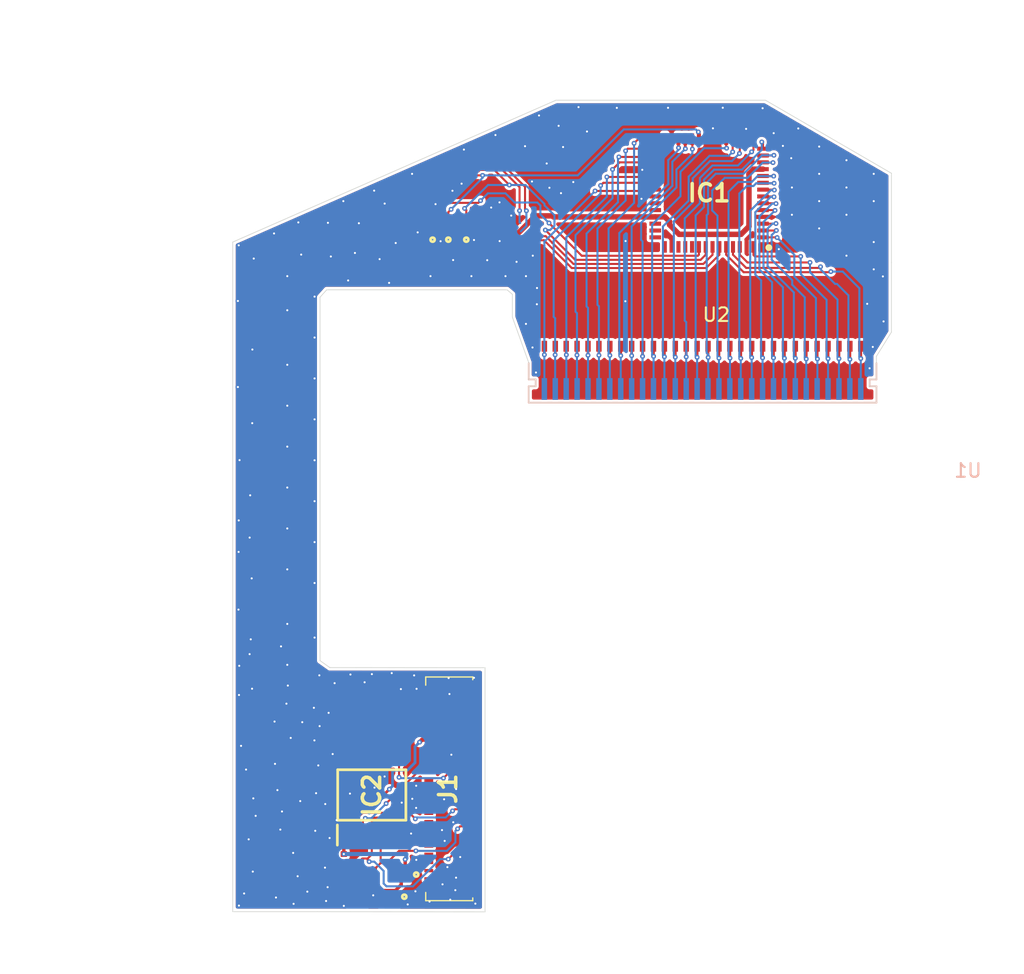
<source format=kicad_pcb>
(kicad_pcb (version 20171130) (host pcbnew "(5.1.6)-1")
  (layers (0 F.Cu signal) (31 B.Cu signal) (34 B.Paste user) (35 F.Paste user) (36 B.SilkS user hide) (37 F.SilkS user) (38 B.Mask user hide) (39 F.Mask user hide) (44 Edge.Cuts user))
  (net 0 "")
  (net 1 GND)
  (net 2 pin3)
  (net 3 pin2)
  (net 4 pin1)
  (net 5 reset)
  (net 6 VCC)
  (net 7 SDA)
  (net 8 SCL)
  (net 9 pin30)
  (net 10 pin29)
  (net 11 pin28)
  (net 12 pin27)
  (net 13 pin26)
  (net 14 pin25)
  (net 15 pin24)
  (net 16 pin23)
  (net 17 pin22)
  (net 18 pin21)
  (net 19 pin20)
  (net 20 pin19)
  (net 21 pin18)
  (net 22 pin17)
  (net 23 pin16)
  (net 24 pin15)
  (net 25 pin14)
  (net 26 pin13)
  (net 27 pin12)
  (net 28 pin11)
  (net 29 pin10)
  (net 30 pin9)
  (net 31 pin8)
  (net 32 pin7)
  (net 33 pin6)
  (net 34 pin5)
  (net 35 pin4)
  (net 36 INT)
  (net 37 OE)
  (net 38 +1V8)
  (net 39 "Net-(IC1-Pad47)")
  (net 40 "Net-(IC1-Pad46)")
  (net 41 "Net-(IC1-Pad45)")
  (net 42 "Net-(IC1-Pad43)")
  (net 43 "Net-(IC1-Pad42)")
  (net 44 "Net-(IC1-Pad41)")
  (net 45 "Net-(IC1-Pad40)")
  (net 46 "Net-(IC1-Pad38)")
  (net 47 "Net-(IC1-Pad37)")
  (net 48 "Net-(IC1-Pad36)")
  (net 49 "Net-(IC2-Pad9)")
  (net 50 OE-NTS)
  (net 51 "Net-(IC2-Pad6)")
  (net 52 SCL-C)
  (net 53 SDA-C)
  (net 54 reset-C)
  (net 55 OE-C)
  (net 56 "Net-(J1-Pad35)")
  (net 57 "Net-(J1-Pad34)")
  (net 58 "Net-(J1-Pad30)")
  (net 59 "Net-(J1-Pad29)")
  (net 60 "Net-(J1-Pad28)")
  (net 61 "Net-(J1-Pad27)")
  (net 62 "Net-(J1-Pad26)")
  (net 63 "Net-(J1-Pad25)")
  (net 64 "Net-(J1-Pad24)")
  (net 65 "Net-(J1-Pad23)")
  (net 66 "Net-(J1-Pad22)")
  (net 67 "Net-(J1-Pad20)")
  (net 68 "Net-(J1-Pad19)")
  (net 69 "Net-(J1-Pad10)")
  (net 70 "Net-(J1-Pad9)")
  (net 71 "Net-(J1-Pad8)")
  (net 72 "Net-(J1-Pad7)")
  (net 73 "Net-(J1-Pad6)")
  (net 74 "Net-(J1-Pad5)")
  (net 75 "Net-(J1-Pad4)")
  (net 76 "Net-(J1-Pad3)")
  (net 77 "Net-(J1-Pad2)")
  (net 78 "Net-(J1-Pad1)")
  (net 79 "Net-(J1-Pad13)")
  (net 80 "Net-(J1-Pad12)")
  (net 81 "Net-(J1-Pad18)")
  (net 82 "Net-(J1-Pad16)")
  (net 83 "Net-(J1-Pad15)")
  (net 84 "Net-(J1-Pad14)")
  (module SamacSys_Parts:ERA6A__0805_ (layer F.Cu) (at 137.3058 131.0005 180)
    (fp_text reference R2 hide)
    (fp_text value ERA-6ARW472V hide)
    (pad 2 smd rect (at 1.175 0 270) (size 1.15 1.15) (layers F.Cu F.Paste F.Mask) (net 53 SDA-C))
    (pad 1 smd rect (at -1.175 0 270) (size 1.15 1.15) (layers F.Cu F.Paste F.Mask) (net 38 +1V8))
  )
  (module SamacSys_Parts:ERA6A__0805_ (layer F.Cu) (at 138.18006 129.37744 180)
    (fp_text reference R1 hide)
    (fp_text value ERA-6ARW472V hide)
    (pad 2 smd rect (at 1.175 0 270) (size 1.15 1.15) (layers F.Cu F.Paste F.Mask) (net 52 SCL-C))
    (pad 1 smd rect (at -1.175 0 270) (size 1.15 1.15) (layers F.Cu F.Paste F.Mask) (net 38 +1V8))
  )
  (module SamacSys_Parts:SOP65P640X110-14N (layer F.Cu) (at 137.19586 123.54152 90)
    (fp_text reference IC2 (at 0 0 90) (layer F.SilkS) (effects (font (size 1.27 1.27) (thickness 0.254))))
    (fp_text value NTS0304EPWJ hide)
    (pad 14 smd rect (at 2.938 -1.95 180) (size 0.45 1.475) (layers F.Cu F.Paste F.Mask) (net 6 VCC))
    (pad 13 smd rect (at 2.938 -1.3 180) (size 0.45 1.475) (layers F.Cu F.Paste F.Mask) (net 37 OE))
    (pad 12 smd rect (at 2.938 -0.65 180) (size 0.45 1.475) (layers F.Cu F.Paste F.Mask) (net 5 reset))
    (pad 11 smd rect (at 2.938 0 180) (size 0.45 1.475) (layers F.Cu F.Paste F.Mask) (net 7 SDA))
    (pad 10 smd rect (at 2.938 0.65 180) (size 0.45 1.475) (layers F.Cu F.Paste F.Mask) (net 8 SCL))
    (pad 9 smd rect (at 2.938 1.3 180) (size 0.45 1.475) (layers F.Cu F.Paste F.Mask) (net 49 "Net-(IC2-Pad9)"))
    (pad 8 smd rect (at 2.938 1.95 180) (size 0.45 1.475) (layers F.Cu F.Paste F.Mask) (net 50 OE-NTS))
    (pad 7 smd rect (at -2.938 1.95 180) (size 0.45 1.475) (layers F.Cu F.Paste F.Mask) (net 1 GND))
    (pad 6 smd rect (at -2.938 1.3 180) (size 0.45 1.475) (layers F.Cu F.Paste F.Mask) (net 51 "Net-(IC2-Pad6)"))
    (pad 5 smd rect (at -2.938 0.65 180) (size 0.45 1.475) (layers F.Cu F.Paste F.Mask) (net 52 SCL-C))
    (pad 4 smd rect (at -2.938 0 180) (size 0.45 1.475) (layers F.Cu F.Paste F.Mask) (net 53 SDA-C))
    (pad 3 smd rect (at -2.938 -0.65 180) (size 0.45 1.475) (layers F.Cu F.Paste F.Mask) (net 54 reset-C))
    (pad 2 smd rect (at -2.938 -1.3 180) (size 0.45 1.475) (layers F.Cu F.Paste F.Mask) (net 55 OE-C))
    (pad 1 smd rect (at -2.938 -1.95 180) (size 0.45 1.475) (layers F.Cu F.Paste F.Mask) (net 38 +1V8))
  )
  (module SamacSys_Parts:CAPC0603X33N (layer F.Cu) (at 134.84586 118.59352)
    (fp_text reference C3 hide)
    (fp_text value GRM033R60J105MEA2D hide)
    (pad 2 smd rect (at 0.33 0 90) (size 0.42 0.46) (layers F.Cu F.Paste F.Mask) (net 6 VCC))
    (pad 1 smd rect (at -0.33 0 90) (size 0.42 0.46) (layers F.Cu F.Paste F.Mask) (net 1 GND))
  )
  (module SamacSys_Parts:CAPC0603X33N (layer F.Cu) (at 134.84586 119.30352 180)
    (fp_text reference C2 hide)
    (fp_text value GRM033R60J104KE19J hide)
    (pad 2 smd rect (at 0.33 0 270) (size 0.42 0.46) (layers F.Cu F.Paste F.Mask) (net 1 GND))
    (pad 1 smd rect (at -0.33 0 270) (size 0.42 0.46) (layers F.Cu F.Paste F.Mask) (net 6 VCC))
  )
  (module SamacSys_Parts:CAPC0603X33N (layer F.Cu) (at 134.81586 127.87352)
    (fp_text reference C1 hide)
    (fp_text value GRM033R60J104KE19J hide)
    (pad 2 smd rect (at 0.33 0 90) (size 0.42 0.46) (layers F.Cu F.Paste F.Mask) (net 38 +1V8))
    (pad 1 smd rect (at -0.33 0 90) (size 0.42 0.46) (layers F.Cu F.Paste F.Mask) (net 1 GND))
  )
  (module SamacSys_Parts:5047405100 (layer F.Cu) (at 142.7 123.09 90)
    (fp_text reference J1 (at 0 0.075 90) (layer F.SilkS) (effects (font (size 1.27 1.27) (thickness 0.254))))
    (fp_text value 504740-5100 hide)
    (pad 51 smd rect (at 7.5 1.725 90) (size 0.24 0.65) (layers F.Cu F.Paste F.Mask) (net 1 GND))
    (pad 50 smd rect (at 7.2 -1.325 90) (size 0.24 0.65) (layers F.Cu F.Paste F.Mask) (net 1 GND))
    (pad 49 smd rect (at 6.9 1.725 90) (size 0.24 0.65) (layers F.Cu F.Paste F.Mask) (net 1 GND))
    (pad 48 smd rect (at 6.6 -1.325 90) (size 0.24 0.65) (layers F.Cu F.Paste F.Mask) (net 1 GND))
    (pad 47 smd rect (at 6.3 1.725 90) (size 0.24 0.65) (layers F.Cu F.Paste F.Mask) (net 6 VCC))
    (pad 46 smd rect (at 6 -1.325 90) (size 0.24 0.65) (layers F.Cu F.Paste F.Mask) (net 6 VCC))
    (pad 45 smd rect (at 5.7 1.725 90) (size 0.24 0.65) (layers F.Cu F.Paste F.Mask) (net 6 VCC))
    (pad 44 smd rect (at 5.4 -1.325 90) (size 0.24 0.65) (layers F.Cu F.Paste F.Mask) (net 6 VCC))
    (pad 43 smd rect (at 5.1 1.725 90) (size 0.24 0.65) (layers F.Cu F.Paste F.Mask) (net 6 VCC))
    (pad 42 smd rect (at 4.8 -1.325 90) (size 0.24 0.65) (layers F.Cu F.Paste F.Mask) (net 6 VCC))
    (pad 41 smd rect (at 4.5 1.725 90) (size 0.24 0.65) (layers F.Cu F.Paste F.Mask) (net 1 GND))
    (pad 40 smd rect (at 4.2 -1.325 90) (size 0.24 0.65) (layers F.Cu F.Paste F.Mask) (net 1 GND))
    (pad 39 smd rect (at 3.9 1.725 90) (size 0.24 0.65) (layers F.Cu F.Paste F.Mask) (net 38 +1V8))
    (pad 38 smd rect (at 3.6 -1.325 90) (size 0.24 0.65) (layers F.Cu F.Paste F.Mask) (net 38 +1V8))
    (pad 37 smd rect (at 3.3 1.725 90) (size 0.24 0.65) (layers F.Cu F.Paste F.Mask) (net 1 GND))
    (pad 36 smd rect (at 3 -1.325 90) (size 0.24 0.65) (layers F.Cu F.Paste F.Mask) (net 1 GND))
    (pad 35 smd rect (at 2.7 1.725 90) (size 0.24 0.65) (layers F.Cu F.Paste F.Mask) (net 56 "Net-(J1-Pad35)"))
    (pad 34 smd rect (at 2.4 -1.325 90) (size 0.24 0.65) (layers F.Cu F.Paste F.Mask) (net 57 "Net-(J1-Pad34)"))
    (pad 33 smd rect (at 2.1 1.725 90) (size 0.24 0.65) (layers F.Cu F.Paste F.Mask) (net 1 GND))
    (pad 32 smd rect (at 1.8 -1.325 90) (size 0.24 0.65) (layers F.Cu F.Paste F.Mask) (net 54 reset-C))
    (pad 31 smd rect (at 1.5 1.725 90) (size 0.24 0.65) (layers F.Cu F.Paste F.Mask) (net 50 OE-NTS))
    (pad 30 smd rect (at 1.2 -1.325 90) (size 0.24 0.65) (layers F.Cu F.Paste F.Mask) (net 58 "Net-(J1-Pad30)"))
    (pad 29 smd rect (at 0.9 1.725 90) (size 0.24 0.65) (layers F.Cu F.Paste F.Mask) (net 59 "Net-(J1-Pad29)"))
    (pad 28 smd rect (at 0.6 -1.325 90) (size 0.24 0.65) (layers F.Cu F.Paste F.Mask) (net 60 "Net-(J1-Pad28)"))
    (pad 27 smd rect (at 0.3 1.725 90) (size 0.24 0.65) (layers F.Cu F.Paste F.Mask) (net 61 "Net-(J1-Pad27)"))
    (pad 26 smd rect (at 0 -1.325 90) (size 0.24 0.65) (layers F.Cu F.Paste F.Mask) (net 62 "Net-(J1-Pad26)"))
    (pad 25 smd rect (at -0.3 1.725 90) (size 0.24 0.65) (layers F.Cu F.Paste F.Mask) (net 63 "Net-(J1-Pad25)"))
    (pad 24 smd rect (at -0.6 -1.325 90) (size 0.24 0.65) (layers F.Cu F.Paste F.Mask) (net 64 "Net-(J1-Pad24)"))
    (pad 23 smd rect (at -0.9 1.725 90) (size 0.24 0.65) (layers F.Cu F.Paste F.Mask) (net 65 "Net-(J1-Pad23)"))
    (pad 22 smd rect (at -1.2 -1.325 90) (size 0.24 0.65) (layers F.Cu F.Paste F.Mask) (net 66 "Net-(J1-Pad22)"))
    (pad 21 smd rect (at -1.5 1.725 90) (size 0.24 0.65) (layers F.Cu F.Paste F.Mask) (net 55 OE-C))
    (pad 20 smd rect (at -1.8 -1.325 90) (size 0.24 0.65) (layers F.Cu F.Paste F.Mask) (net 67 "Net-(J1-Pad20)"))
    (pad 19 smd rect (at -2.1 1.725 90) (size 0.24 0.65) (layers F.Cu F.Paste F.Mask) (net 68 "Net-(J1-Pad19)"))
    (pad 18 smd rect (at -2.4 -1.325 90) (size 0.24 0.65) (layers F.Cu F.Paste F.Mask) (net 81 "Net-(J1-Pad18)"))
    (pad 17 smd rect (at -2.7 1.725 90) (size 0.24 0.65) (layers F.Cu F.Paste F.Mask) (net 52 SCL-C))
    (pad 16 smd rect (at -3 -1.325 90) (size 0.24 0.65) (layers F.Cu F.Paste F.Mask) (net 82 "Net-(J1-Pad16)"))
    (pad 15 smd rect (at -3.3 1.725 90) (size 0.24 0.65) (layers F.Cu F.Paste F.Mask) (net 83 "Net-(J1-Pad15)"))
    (pad 14 smd rect (at -3.6 -1.325 90) (size 0.24 0.65) (layers F.Cu F.Paste F.Mask) (net 84 "Net-(J1-Pad14)"))
    (pad 13 smd rect (at -3.9 1.725 90) (size 0.24 0.65) (layers F.Cu F.Paste F.Mask) (net 79 "Net-(J1-Pad13)"))
    (pad 12 smd rect (at -4.2 -1.325 90) (size 0.24 0.65) (layers F.Cu F.Paste F.Mask) (net 80 "Net-(J1-Pad12)"))
    (pad 11 smd rect (at -4.5 1.725 90) (size 0.24 0.65) (layers F.Cu F.Paste F.Mask) (net 53 SDA-C))
    (pad 10 smd rect (at -4.8 -1.325 90) (size 0.24 0.65) (layers F.Cu F.Paste F.Mask) (net 69 "Net-(J1-Pad10)"))
    (pad 9 smd rect (at -5.1 1.725 90) (size 0.24 0.65) (layers F.Cu F.Paste F.Mask) (net 70 "Net-(J1-Pad9)"))
    (pad 8 smd rect (at -5.4 -1.325 90) (size 0.24 0.65) (layers F.Cu F.Paste F.Mask) (net 71 "Net-(J1-Pad8)"))
    (pad 7 smd rect (at -5.7 1.725 90) (size 0.24 0.65) (layers F.Cu F.Paste F.Mask) (net 72 "Net-(J1-Pad7)"))
    (pad 6 smd rect (at -6 -1.325 90) (size 0.24 0.65) (layers F.Cu F.Paste F.Mask) (net 73 "Net-(J1-Pad6)"))
    (pad 5 smd rect (at -6.3 1.725 90) (size 0.24 0.65) (layers F.Cu F.Paste F.Mask) (net 74 "Net-(J1-Pad5)"))
    (pad 4 smd rect (at -6.6 -1.325 90) (size 0.24 0.65) (layers F.Cu F.Paste F.Mask) (net 75 "Net-(J1-Pad4)"))
    (pad 3 smd rect (at -6.9 1.725 90) (size 0.24 0.65) (layers F.Cu F.Paste F.Mask) (net 76 "Net-(J1-Pad3)"))
    (pad 2 smd rect (at -7.2 -1.325 90) (size 0.24 0.65) (layers F.Cu F.Paste F.Mask) (net 77 "Net-(J1-Pad2)"))
    (pad 1 smd rect (at -7.5 1.725 90) (size 0.24 0.65) (layers F.Cu F.Paste F.Mask) (net 78 "Net-(J1-Pad1)"))
  )
  (module SamacSys_Parts:QFN50P800X800X100-57N-D (layer F.Cu) (at 161.93008 79.40548 180)
    (fp_text reference IC1 (at 0 0) (layer F.SilkS) (effects (font (size 1.27 1.27) (thickness 0.254))))
    (fp_text value PCA9698BS,118 hide)
    (pad 57 smd rect (at 0 0 180) (size 4.45 4.45) (layers F.Cu F.Paste F.Mask) (net 1 GND))
    (pad 56 smd rect (at -3.25 -3.95 180) (size 0.3 0.85) (layers F.Cu F.Paste F.Mask) (net 35 pin4))
    (pad 55 smd rect (at -2.75 -3.95 180) (size 0.3 0.85) (layers F.Cu F.Paste F.Mask) (net 1 GND))
    (pad 54 smd rect (at -2.25 -3.95 180) (size 0.3 0.85) (layers F.Cu F.Paste F.Mask) (net 2 pin3))
    (pad 53 smd rect (at -1.75 -3.95 180) (size 0.3 0.85) (layers F.Cu F.Paste F.Mask) (net 3 pin2))
    (pad 52 smd rect (at -1.25 -3.95 180) (size 0.3 0.85) (layers F.Cu F.Paste F.Mask) (net 4 pin1))
    (pad 51 smd rect (at -0.75 -3.95 180) (size 0.3 0.85) (layers F.Cu F.Paste F.Mask) (net 8 SCL))
    (pad 50 smd rect (at -0.25 -3.95 180) (size 0.3 0.85) (layers F.Cu F.Paste F.Mask) (net 7 SDA))
    (pad 49 smd rect (at 0.25 -3.95 180) (size 0.3 0.85) (layers F.Cu F.Paste F.Mask) (net 5 reset))
    (pad 48 smd rect (at 0.75 -3.95 180) (size 0.3 0.85) (layers F.Cu F.Paste F.Mask) (net 36 INT))
    (pad 47 smd rect (at 1.25 -3.95 180) (size 0.3 0.85) (layers F.Cu F.Paste F.Mask) (net 39 "Net-(IC1-Pad47)"))
    (pad 46 smd rect (at 1.75 -3.95 180) (size 0.3 0.85) (layers F.Cu F.Paste F.Mask) (net 40 "Net-(IC1-Pad46)"))
    (pad 45 smd rect (at 2.25 -3.95 180) (size 0.3 0.85) (layers F.Cu F.Paste F.Mask) (net 41 "Net-(IC1-Pad45)"))
    (pad 44 smd rect (at 2.75 -3.95 180) (size 0.3 0.85) (layers F.Cu F.Paste F.Mask) (net 1 GND))
    (pad 43 smd rect (at 3.25 -3.95 180) (size 0.3 0.85) (layers F.Cu F.Paste F.Mask) (net 42 "Net-(IC1-Pad43)"))
    (pad 42 smd rect (at 3.95 -3.25 270) (size 0.3 0.85) (layers F.Cu F.Paste F.Mask) (net 43 "Net-(IC1-Pad42)"))
    (pad 41 smd rect (at 3.95 -2.75 270) (size 0.3 0.85) (layers F.Cu F.Paste F.Mask) (net 44 "Net-(IC1-Pad41)"))
    (pad 40 smd rect (at 3.95 -2.25 270) (size 0.3 0.85) (layers F.Cu F.Paste F.Mask) (net 45 "Net-(IC1-Pad40)"))
    (pad 39 smd rect (at 3.95 -1.75 270) (size 0.3 0.85) (layers F.Cu F.Paste F.Mask) (net 6 VCC))
    (pad 38 smd rect (at 3.95 -1.25 270) (size 0.3 0.85) (layers F.Cu F.Paste F.Mask) (net 46 "Net-(IC1-Pad38)"))
    (pad 37 smd rect (at 3.95 -0.75 270) (size 0.3 0.85) (layers F.Cu F.Paste F.Mask) (net 47 "Net-(IC1-Pad37)"))
    (pad 36 smd rect (at 3.95 -0.25 270) (size 0.3 0.85) (layers F.Cu F.Paste F.Mask) (net 48 "Net-(IC1-Pad36)"))
    (pad 35 smd rect (at 3.95 0.25 270) (size 0.3 0.85) (layers F.Cu F.Paste F.Mask) (net 9 pin30))
    (pad 34 smd rect (at 3.95 0.75 270) (size 0.3 0.85) (layers F.Cu F.Paste F.Mask) (net 10 pin29))
    (pad 33 smd rect (at 3.95 1.25 270) (size 0.3 0.85) (layers F.Cu F.Paste F.Mask) (net 11 pin28))
    (pad 32 smd rect (at 3.95 1.75 270) (size 0.3 0.85) (layers F.Cu F.Paste F.Mask) (net 1 GND))
    (pad 31 smd rect (at 3.95 2.25 270) (size 0.3 0.85) (layers F.Cu F.Paste F.Mask) (net 12 pin27))
    (pad 30 smd rect (at 3.95 2.75 270) (size 0.3 0.85) (layers F.Cu F.Paste F.Mask) (net 13 pin26))
    (pad 29 smd rect (at 3.95 3.25 270) (size 0.3 0.85) (layers F.Cu F.Paste F.Mask) (net 14 pin25))
    (pad 28 smd rect (at 3.25 3.95 180) (size 0.3 0.85) (layers F.Cu F.Paste F.Mask) (net 15 pin24))
    (pad 27 smd rect (at 2.75 3.95 180) (size 0.3 0.85) (layers F.Cu F.Paste F.Mask) (net 1 GND))
    (pad 26 smd rect (at 2.25 3.95 180) (size 0.3 0.85) (layers F.Cu F.Paste F.Mask) (net 16 pin23))
    (pad 25 smd rect (at 1.75 3.95 180) (size 0.3 0.85) (layers F.Cu F.Paste F.Mask) (net 17 pin22))
    (pad 24 smd rect (at 1.25 3.95 180) (size 0.3 0.85) (layers F.Cu F.Paste F.Mask) (net 18 pin21))
    (pad 23 smd rect (at 0.75 3.95 180) (size 0.3 0.85) (layers F.Cu F.Paste F.Mask) (net 37 OE))
    (pad 22 smd rect (at 0.25 3.95 180) (size 0.3 0.85) (layers F.Cu F.Paste F.Mask) (net 1 GND))
    (pad 21 smd rect (at -0.25 3.95 180) (size 0.3 0.85) (layers F.Cu F.Paste F.Mask) (net 1 GND))
    (pad 20 smd rect (at -0.75 3.95 180) (size 0.3 0.85) (layers F.Cu F.Paste F.Mask) (net 1 GND))
    (pad 19 smd rect (at -1.25 3.95 180) (size 0.3 0.85) (layers F.Cu F.Paste F.Mask) (net 19 pin20))
    (pad 18 smd rect (at -1.75 3.95 180) (size 0.3 0.85) (layers F.Cu F.Paste F.Mask) (net 20 pin19))
    (pad 17 smd rect (at -2.25 3.95 180) (size 0.3 0.85) (layers F.Cu F.Paste F.Mask) (net 21 pin18))
    (pad 16 smd rect (at -2.75 3.95 180) (size 0.3 0.85) (layers F.Cu F.Paste F.Mask) (net 1 GND))
    (pad 15 smd rect (at -3.25 3.95 180) (size 0.3 0.85) (layers F.Cu F.Paste F.Mask) (net 22 pin17))
    (pad 14 smd rect (at -3.95 3.25 270) (size 0.3 0.85) (layers F.Cu F.Paste F.Mask) (net 23 pin16))
    (pad 13 smd rect (at -3.95 2.75 270) (size 0.3 0.85) (layers F.Cu F.Paste F.Mask) (net 24 pin15))
    (pad 12 smd rect (at -3.95 2.25 270) (size 0.3 0.85) (layers F.Cu F.Paste F.Mask) (net 25 pin14))
    (pad 11 smd rect (at -3.95 1.75 270) (size 0.3 0.85) (layers F.Cu F.Paste F.Mask) (net 6 VCC))
    (pad 10 smd rect (at -3.95 1.25 270) (size 0.3 0.85) (layers F.Cu F.Paste F.Mask) (net 26 pin13))
    (pad 9 smd rect (at -3.95 0.75 270) (size 0.3 0.85) (layers F.Cu F.Paste F.Mask) (net 27 pin12))
    (pad 8 smd rect (at -3.95 0.25 270) (size 0.3 0.85) (layers F.Cu F.Paste F.Mask) (net 28 pin11))
    (pad 7 smd rect (at -3.95 -0.25 270) (size 0.3 0.85) (layers F.Cu F.Paste F.Mask) (net 29 pin10))
    (pad 6 smd rect (at -3.95 -0.75 270) (size 0.3 0.85) (layers F.Cu F.Paste F.Mask) (net 30 pin9))
    (pad 5 smd rect (at -3.95 -1.25 270) (size 0.3 0.85) (layers F.Cu F.Paste F.Mask) (net 31 pin8))
    (pad 4 smd rect (at -3.95 -1.75 270) (size 0.3 0.85) (layers F.Cu F.Paste F.Mask) (net 1 GND))
    (pad 3 smd rect (at -3.95 -2.25 270) (size 0.3 0.85) (layers F.Cu F.Paste F.Mask) (net 32 pin7))
    (pad 2 smd rect (at -3.95 -2.75 270) (size 0.3 0.85) (layers F.Cu F.Paste F.Mask) (net 33 pin6))
    (pad 1 smd rect (at -3.95 -3.25 270) (size 0.3 0.85) (layers F.Cu F.Paste F.Mask) (net 34 pin5))
  )
  (module SamacSys_Parts:ERA2A__0402_ (layer F.Cu) (at 141.6558 81.71238 90)
    (fp_text reference R5 hide)
    (fp_text value ERA-2AED202X hide)
    (pad 2 smd rect (at 0.5125 0 90) (size 0.475 0.5) (layers F.Cu F.Paste F.Mask) (net 36 INT))
    (pad 1 smd rect (at -0.5125 0 90) (size 0.475 0.5) (layers F.Cu F.Paste F.Mask) (net 6 VCC))
  )
  (module SamacSys_Parts:ERA2A__0402_ (layer F.Cu) (at 144.12524 81.7119 90)
    (fp_text reference R4 hide)
    (fp_text value ERA-2ARC112X hide)
    (pad 2 smd rect (at 0.5125 0 90) (size 0.475 0.5) (layers F.Cu F.Paste F.Mask) (net 5 reset))
    (pad 1 smd rect (at -0.5125 0 90) (size 0.475 0.5) (layers F.Cu F.Paste F.Mask) (net 6 VCC))
  )
  (module SamacSys_Parts:ERA2A__0402_ (layer F.Cu) (at 142.80896 81.7118 90)
    (fp_text reference R3 hide)
    (fp_text value ERA-2ARC112X hide)
    (pad 2 smd rect (at 0.5125 0 90) (size 0.475 0.5) (layers F.Cu F.Paste F.Mask) (net 37 OE))
    (pad 1 smd rect (at -0.5125 0 90) (size 0.475 0.5) (layers F.Cu F.Paste F.Mask) (net 6 VCC))
  )
  (module NRF9160-SICA-R:FPC-XPS15 (layer F.Cu) (at 173.25 90.24 180)
    (fp_text reference U2 (at 10.79668 1.90896) (layer F.SilkS))
    (fp_text value XPS15-Con)
    (pad 31 smd rect (at -1.35 2.7 270) (size 1.4 0.7) (layers F.Cu F.Paste F.Mask) (net 1 GND))
    (pad 32 smd rect (at 24.95 2.7 270) (size 1.4 0.7) (layers F.Cu F.Paste F.Mask) (net 1 GND))
    (pad 25 smd rect (at 19.4 -0.4 180) (size 0.4 0.8) (layers F.Cu F.Paste F.Mask) (net 14 pin25))
    (pad 23 smd rect (at 17.8 -0.4 180) (size 0.4 0.8) (layers F.Cu F.Paste F.Mask) (net 16 pin23))
    (pad 26 smd rect (at 20.2 -0.4 180) (size 0.4 0.8) (layers F.Cu F.Paste F.Mask) (net 13 pin26))
    (pad 21 smd rect (at 16.2 -0.4 180) (size 0.4 0.8) (layers F.Cu F.Paste F.Mask) (net 18 pin21))
    (pad 24 smd rect (at 18.6 -0.4 180) (size 0.4 0.8) (layers F.Cu F.Paste F.Mask) (net 15 pin24))
    (pad 22 smd rect (at 17 -0.4 180) (size 0.4 0.8) (layers F.Cu F.Paste F.Mask) (net 17 pin22))
    (pad 27 smd rect (at 21 -0.4 180) (size 0.4 0.8) (layers F.Cu F.Paste F.Mask) (net 12 pin27))
    (pad 28 smd rect (at 21.8 -0.4 180) (size 0.4 0.8) (layers F.Cu F.Paste F.Mask) (net 11 pin28))
    (pad 29 smd rect (at 22.6 -0.4 180) (size 0.4 0.8) (layers F.Cu F.Paste F.Mask) (net 10 pin29))
    (pad 30 smd rect (at 23.4 -0.4 180) (size 0.4 0.8) (layers F.Cu F.Paste F.Mask) (net 9 pin30))
    (pad 15 smd rect (at 11.4 -0.4 180) (size 0.4 0.8) (layers F.Cu F.Paste F.Mask) (net 24 pin15))
    (pad 13 smd rect (at 9.8 -0.4 180) (size 0.4 0.8) (layers F.Cu F.Paste F.Mask) (net 26 pin13))
    (pad 16 smd rect (at 12.2 -0.4 180) (size 0.4 0.8) (layers F.Cu F.Paste F.Mask) (net 23 pin16))
    (pad 11 smd rect (at 8.2 -0.4 180) (size 0.4 0.8) (layers F.Cu F.Paste F.Mask) (net 28 pin11))
    (pad 14 smd rect (at 10.6 -0.4 180) (size 0.4 0.8) (layers F.Cu F.Paste F.Mask) (net 25 pin14))
    (pad 12 smd rect (at 9 -0.4 180) (size 0.4 0.8) (layers F.Cu F.Paste F.Mask) (net 27 pin12))
    (pad 17 smd rect (at 13 -0.4 180) (size 0.4 0.8) (layers F.Cu F.Paste F.Mask) (net 22 pin17))
    (pad 18 smd rect (at 13.8 -0.4 180) (size 0.4 0.8) (layers F.Cu F.Paste F.Mask) (net 21 pin18))
    (pad 19 smd rect (at 14.6 -0.4 180) (size 0.4 0.8) (layers F.Cu F.Paste F.Mask) (net 20 pin19))
    (pad 20 smd rect (at 15.4 -0.4 180) (size 0.4 0.8) (layers F.Cu F.Paste F.Mask) (net 19 pin20))
    (pad 10 smd rect (at 7.4 -0.4 180) (size 0.4 0.8) (layers F.Cu F.Paste F.Mask) (net 29 pin10))
    (pad 9 smd rect (at 6.6 -0.4 180) (size 0.4 0.8) (layers F.Cu F.Paste F.Mask) (net 30 pin9))
    (pad 8 smd rect (at 5.8 -0.4 180) (size 0.4 0.8) (layers F.Cu F.Paste F.Mask) (net 31 pin8))
    (pad 7 smd rect (at 5 -0.4 180) (size 0.4 0.8) (layers F.Cu F.Paste F.Mask) (net 32 pin7))
    (pad 6 smd rect (at 4.2 -0.4 180) (size 0.4 0.8) (layers F.Cu F.Paste F.Mask) (net 33 pin6))
    (pad 5 smd rect (at 3.4 -0.4 180) (size 0.4 0.8) (layers F.Cu F.Paste F.Mask) (net 34 pin5))
    (pad 4 smd rect (at 2.6 -0.4 180) (size 0.4 0.8) (layers F.Cu F.Paste F.Mask) (net 35 pin4))
    (pad 3 smd rect (at 1.8 -0.4 180) (size 0.4 0.8) (layers F.Cu F.Paste F.Mask) (net 2 pin3))
    (pad 2 smd rect (at 1 -0.4 180) (size 0.4 0.8) (layers F.Cu F.Paste F.Mask) (net 3 pin2))
    (pad 1 smd rect (at 0.2 -0.4 180) (size 0.4 0.8) (layers F.Cu F.Paste F.Mask) (net 4 pin1))
  )
  (module NRF9160-SICA-R:Flex (layer B.Cu) (at 173.25 94.575 180)
    (fp_text reference U1 (at -7.66 -5.18) (layer B.SilkS) (effects (justify mirror)))
    (fp_text value XPS-FLEX)
    (pad 1 smd rect (at 0.2 0.8 180) (size 0.4 1.6) (layers B.Cu B.Paste B.Mask) (net 4 pin1))
    (pad 2 smd rect (at 1 0.8 180) (size 0.4 1.6) (layers B.Cu B.Paste B.Mask) (net 3 pin2))
    (pad 3 smd rect (at 1.8 0.8 180) (size 0.4 1.6) (layers B.Cu B.Paste B.Mask) (net 2 pin3))
    (pad 4 smd rect (at 2.6 0.8 180) (size 0.4 1.6) (layers B.Cu B.Paste B.Mask) (net 35 pin4))
    (pad 5 smd rect (at 3.4 0.8 180) (size 0.4 1.6) (layers B.Cu B.Paste B.Mask) (net 34 pin5))
    (pad 6 smd rect (at 4.2 0.8 180) (size 0.4 1.6) (layers B.Cu B.Paste B.Mask) (net 33 pin6))
    (pad 24 smd rect (at 18.6 0.8 180) (size 0.4 1.6) (layers B.Cu B.Paste B.Mask) (net 15 pin24))
    (pad 18 smd rect (at 13.8 0.8 180) (size 0.4 1.6) (layers B.Cu B.Paste B.Mask) (net 21 pin18))
    (pad 22 smd rect (at 17 0.8 180) (size 0.4 1.6) (layers B.Cu B.Paste B.Mask) (net 17 pin22))
    (pad 15 smd rect (at 11.4 0.8 180) (size 0.4 1.6) (layers B.Cu B.Paste B.Mask) (net 24 pin15))
    (pad 9 smd rect (at 6.6 0.8 180) (size 0.4 1.6) (layers B.Cu B.Paste B.Mask) (net 30 pin9))
    (pad 14 smd rect (at 10.6 0.8 180) (size 0.4 1.6) (layers B.Cu B.Paste B.Mask) (net 25 pin14))
    (pad 27 smd rect (at 21 0.8 180) (size 0.4 1.6) (layers B.Cu B.Paste B.Mask) (net 12 pin27))
    (pad 16 smd rect (at 12.2 0.8 180) (size 0.4 1.6) (layers B.Cu B.Paste B.Mask) (net 23 pin16))
    (pad 26 smd rect (at 20.2 0.8 180) (size 0.4 1.6) (layers B.Cu B.Paste B.Mask) (net 13 pin26))
    (pad 25 smd rect (at 19.4 0.8 180) (size 0.4 1.6) (layers B.Cu B.Paste B.Mask) (net 14 pin25))
    (pad 7 smd rect (at 5 0.8 180) (size 0.4 1.6) (layers B.Cu B.Paste B.Mask) (net 32 pin7))
    (pad 23 smd rect (at 17.8 0.8 180) (size 0.4 1.6) (layers B.Cu B.Paste B.Mask) (net 16 pin23))
    (pad 19 smd rect (at 14.6 0.8 180) (size 0.4 1.6) (layers B.Cu B.Paste B.Mask) (net 20 pin19))
    (pad 11 smd rect (at 8.2 0.8 180) (size 0.4 1.6) (layers B.Cu B.Paste B.Mask) (net 28 pin11))
    (pad 30 smd rect (at 23.4 0.8 180) (size 0.4 1.6) (layers B.Cu B.Paste B.Mask) (net 9 pin30))
    (pad 20 smd rect (at 15.4 0.8 180) (size 0.4 1.6) (layers B.Cu B.Paste B.Mask) (net 19 pin20))
    (pad 17 smd rect (at 13 0.8 180) (size 0.4 1.6) (layers B.Cu B.Paste B.Mask) (net 22 pin17))
    (pad 12 smd rect (at 9 0.8 180) (size 0.4 1.6) (layers B.Cu B.Paste B.Mask) (net 27 pin12))
    (pad 28 smd rect (at 21.8 0.8 180) (size 0.4 1.6) (layers B.Cu B.Paste B.Mask) (net 11 pin28))
    (pad 8 smd rect (at 5.8 0.8 180) (size 0.4 1.6) (layers B.Cu B.Paste B.Mask) (net 31 pin8))
    (pad 13 smd rect (at 9.8 0.8 180) (size 0.4 1.6) (layers B.Cu B.Paste B.Mask) (net 26 pin13))
    (pad 29 smd rect (at 22.6 0.8 180) (size 0.4 1.6) (layers B.Cu B.Paste B.Mask) (net 10 pin29))
    (pad 10 smd rect (at 7.4 0.8 180) (size 0.4 1.6) (layers B.Cu B.Paste B.Mask) (net 29 pin10))
    (pad 21 smd rect (at 16.2 0.8 180) (size 0.4 1.6) (layers B.Cu B.Paste B.Mask) (net 18 pin21))
  )
  (gr_line (start 133.4008 113.6904) (end 134.11708 114.1984) (layer Edge.Cuts) (width 0.05))
  (gr_line (start 147.11172 86.5) (end 147.5 86.82736) (layer Edge.Cuts) (width 0.05))
  (gr_line (start 133.89356 86.5) (end 133.4008 87.0458) (layer Edge.Cuts) (width 0.05))
  (gr_line (start 166.06012 72.6) (end 175.3 77.95768) (layer Edge.Cuts) (width 0.05))
  (gr_line (start 133.2 132.1) (end 127 132.1) (layer Edge.Cuts) (width 0.05))
  (gr_line (start 145.5 132.11) (end 133.2 132.1) (layer Edge.Cuts) (width 0.05))
  (gr_line (start 145.5 114.21) (end 145.5 132.11) (layer Edge.Cuts) (width 0.05))
  (gr_line (start 134.11708 114.1984) (end 145.5 114.21) (layer Edge.Cuts) (width 0.05))
  (gr_line (start 150.7 72.6) (end 127 83) (layer Edge.Cuts) (width 0.05))
  (gr_line (start 147.5 88.5) (end 148.7 91.835) (layer Edge.Cuts) (width 0.05))
  (gr_line (start 175.3 89.6) (end 174.2 91.375) (layer Edge.Cuts) (width 0.05))
  (gr_line (start 175.3 84.5) (end 175.3 89.6) (layer Edge.Cuts) (width 0.05))
  (gr_line (start 175.3 77.95768) (end 175.3 84.5) (layer Edge.Cuts) (width 0.05))
  (gr_line (start 150.7 72.6) (end 166.06012 72.6) (layer Edge.Cuts) (width 0.05))
  (gr_line (start 127 132.1) (end 127 83) (layer Edge.Cuts) (width 0.05))
  (gr_line (start 133.4008 87.0458) (end 133.4008 113.6904) (layer Edge.Cuts) (width 0.05))
  (gr_line (start 147.11172 86.5) (end 133.89356 86.5) (layer Edge.Cuts) (width 0.05))
  (gr_line (start 147.5 88.5) (end 147.5 86.82736) (layer Edge.Cuts) (width 0.05))
  (gr_line (start 174.2 91.825) (end 174.2 91.375) (layer Edge.Cuts) (width 0.05))
  (gr_line (start 174.2 93.065) (end 174.2 91.825) (layer Edge.Cuts) (width 0.05))
  (gr_line (start 173.7 93.065) (end 174.2 93.065) (layer Edge.Cuts) (width 0.05))
  (gr_line (start 173.7 93.085) (end 173.7 93.065) (layer Edge.Cuts) (width 0.05))
  (gr_line (start 173.7 93.575) (end 173.7 93.085) (layer Edge.Cuts) (width 0.05))
  (gr_line (start 174.2 93.575) (end 173.7 93.575) (layer Edge.Cuts) (width 0.05))
  (gr_line (start 174.2 94.775) (end 174.2 93.575) (layer Edge.Cuts) (width 0.05))
  (gr_line (start 148.71 94.775) (end 174.2 94.775) (layer Edge.Cuts) (width 0.05))
  (gr_line (start 148.7 93.075) (end 148.7 91.835) (layer Edge.Cuts) (width 0.05))
  (gr_line (start 149.21 93.075) (end 148.7 93.075) (layer Edge.Cuts) (width 0.05))
  (gr_line (start 149.21 93.575) (end 149.21 93.075) (layer Edge.Cuts) (width 0.05))
  (gr_line (start 149.2 93.575) (end 149.21 93.575) (layer Edge.Cuts) (width 0.05))
  (gr_line (start 148.71 93.575) (end 149.2 93.575) (layer Edge.Cuts) (width 0.05))
  (gr_line (start 148.71 93.595) (end 148.71 93.575) (layer Edge.Cuts) (width 0.05))
  (gr_line (start 148.71 94.775) (end 148.71 93.595) (layer Edge.Cuts) (width 0.05))
  (via (at 151.06904 79.41564) (size 0.35) (drill 0.15) (layers F.Cu B.Cu) (net 1))
  (via (at 155.78836 87.34044) (size 0.35) (drill 0.15) (layers F.Cu B.Cu) (net 1))
  (via (at 155.8036 82.92592) (size 0.35) (drill 0.15) (layers F.Cu B.Cu) (net 1))
  (via (at 157.02788 77.70368) (size 0.35) (drill 0.15) (layers F.Cu B.Cu) (net 1))
  (via (at 146.26336 75.15352) (size 0.35) (drill 0.15) (layers F.Cu B.Cu) (net 1))
  (via (at 131 114) (size 0.35) (drill 0.15) (layers F.Cu B.Cu) (net 1))
  (via (at 133 112) (size 0.35) (drill 0.15) (layers F.Cu B.Cu) (net 1))
  (via (at 131 111) (size 0.35) (drill 0.15) (layers F.Cu B.Cu) (net 1))
  (via (at 133 108) (size 0.35) (drill 0.15) (layers F.Cu B.Cu) (net 1))
  (via (at 131 107) (size 0.35) (drill 0.15) (layers F.Cu B.Cu) (net 1))
  (via (at 133 105) (size 0.35) (drill 0.15) (layers F.Cu B.Cu) (net 1))
  (via (at 131 104) (size 0.35) (drill 0.15) (layers F.Cu B.Cu) (net 1))
  (via (at 133 102) (size 0.35) (drill 0.15) (layers F.Cu B.Cu) (net 1))
  (via (at 131 101) (size 0.35) (drill 0.15) (layers F.Cu B.Cu) (net 1))
  (via (at 133 99) (size 0.35) (drill 0.15) (layers F.Cu B.Cu) (net 1))
  (via (at 131 98) (size 0.35) (drill 0.15) (layers F.Cu B.Cu) (net 1))
  (via (at 133 96) (size 0.35) (drill 0.15) (layers F.Cu B.Cu) (net 1))
  (via (at 131 95) (size 0.35) (drill 0.15) (layers F.Cu B.Cu) (net 1))
  (via (at 133 93) (size 0.35) (drill 0.15) (layers F.Cu B.Cu) (net 1))
  (via (at 131 92) (size 0.35) (drill 0.15) (layers F.Cu B.Cu) (net 1))
  (via (at 133 90) (size 0.35) (drill 0.15) (layers F.Cu B.Cu) (net 1))
  (via (at 131 88) (size 0.35) (drill 0.15) (layers F.Cu B.Cu) (net 1))
  (via (at 133 87) (size 0.35) (drill 0.15) (layers F.Cu B.Cu) (net 1))
  (via (at 131 85.5) (size 0.35) (drill 0.15) (layers F.Cu B.Cu) (net 1))
  (via (at 135.46328 85.81644) (size 0.35) (drill 0.15) (layers F.Cu B.Cu) (net 1))
  (via (at 138.46556 85.99424) (size 0.35) (drill 0.15) (layers F.Cu B.Cu) (net 1))
  (via (at 141.5 85.5) (size 0.35) (drill 0.15) (layers F.Cu B.Cu) (net 1))
  (via (at 144.5 85.5) (size 0.35) (drill 0.15) (layers F.Cu B.Cu) (net 1))
  (via (at 147 85.5) (size 0.35) (drill 0.15) (layers F.Cu B.Cu) (net 1))
  (via (at 148.5 85.5) (size 0.35) (drill 0.15) (layers F.Cu B.Cu) (net 1))
  (via (at 149 84) (size 0.35) (drill 0.15) (layers F.Cu B.Cu) (net 1))
  (via (at 148.5 89) (size 0.35) (drill 0.15) (layers F.Cu B.Cu) (net 1))
  (via (at 164.6428 74.7014) (size 0.35) (drill 0.15) (layers F.Cu B.Cu) (net 1))
  (via (at 148.43252 75.9714) (size 0.35) (drill 0.15) (layers F.Cu B.Cu) (net 1))
  (via (at 149.45868 73.72096) (size 0.35) (drill 0.15) (layers F.Cu B.Cu) (net 1))
  (via (at 151.22144 76.03236) (size 0.35) (drill 0.15) (layers F.Cu B.Cu) (net 1))
  (via (at 152.35428 73.10628) (size 0.35) (drill 0.15) (layers F.Cu B.Cu) (net 1))
  (via (at 152.97404 74.89444) (size 0.35) (drill 0.15) (layers F.Cu B.Cu) (net 1))
  (via (at 150.89632 74.47788) (size 0.35) (drill 0.15) (layers F.Cu B.Cu) (net 1))
  (via (at 155.16352 73.16216) (size 0.35) (drill 0.15) (layers F.Cu B.Cu) (net 1))
  (via (at 158.91764 73.15708) (size 0.35) (drill 0.15) (layers F.Cu B.Cu) (net 1))
  (via (at 162.93084 73.152) (size 0.35) (drill 0.15) (layers F.Cu B.Cu) (net 1))
  (via (at 165.85184 73.18756) (size 0.35) (drill 0.15) (layers F.Cu B.Cu) (net 1))
  (via (at 166.66464 75.01636) (size 0.35) (drill 0.15) (layers F.Cu B.Cu) (net 1))
  (via (at 168.46804 74.67092) (size 0.35) (drill 0.15) (layers F.Cu B.Cu) (net 1))
  (via (at 170 76) (size 0.35) (drill 0.15) (layers F.Cu B.Cu) (net 1))
  (via (at 172 77) (size 0.35) (drill 0.15) (layers F.Cu B.Cu) (net 1))
  (via (at 174 78) (size 0.35) (drill 0.15) (layers F.Cu B.Cu) (net 1))
  (via (at 174 80) (size 0.35) (drill 0.15) (layers F.Cu B.Cu) (net 1))
  (via (at 174 83) (size 0.35) (drill 0.15) (layers F.Cu B.Cu) (net 1))
  (via (at 174 85) (size 0.35) (drill 0.15) (layers F.Cu B.Cu) (net 1))
  (via (at 172 84) (size 0.35) (drill 0.15) (layers F.Cu B.Cu) (net 1))
  (via (at 172 81) (size 0.35) (drill 0.15) (layers F.Cu B.Cu) (net 1))
  (via (at 172 79) (size 0.35) (drill 0.15) (layers F.Cu B.Cu) (net 1))
  (via (at 170 78) (size 0.35) (drill 0.15) (layers F.Cu B.Cu) (net 1))
  (via (at 170 80) (size 0.35) (drill 0.15) (layers F.Cu B.Cu) (net 1))
  (via (at 170 82) (size 0.35) (drill 0.15) (layers F.Cu B.Cu) (net 1))
  (via (at 168 81) (size 0.35) (drill 0.15) (layers F.Cu B.Cu) (net 1))
  (via (at 168 79) (size 0.35) (drill 0.15) (layers F.Cu B.Cu) (net 1))
  (via (at 156.96946 79.82966) (size 0.35) (drill 0.15) (layers F.Cu B.Cu) (net 1))
  (via (at 128.28 101.57) (size 0.35) (drill 0.15) (layers F.Cu B.Cu) (net 1))
  (via (at 127.5 98.99) (size 0.35) (drill 0.15) (layers F.Cu B.Cu) (net 1))
  (via (at 128.43 96.28) (size 0.35) (drill 0.15) (layers F.Cu B.Cu) (net 1))
  (via (at 127.38 93.63) (size 0.35) (drill 0.15) (layers F.Cu B.Cu) (net 1))
  (via (at 128.44 90.88) (size 0.35) (drill 0.15) (layers F.Cu B.Cu) (net 1))
  (via (at 127.38 87.32) (size 0.35) (drill 0.15) (layers F.Cu B.Cu) (net 1))
  (via (at 128.54 84.21) (size 0.35) (drill 0.15) (layers F.Cu B.Cu) (net 1))
  (via (at 127.44 83.24) (size 0.35) (drill 0.15) (layers F.Cu B.Cu) (net 1))
  (via (at 130.03 82.37) (size 0.35) (drill 0.15) (layers F.Cu B.Cu) (net 1))
  (via (at 131.81 81.56) (size 0.35) (drill 0.15) (layers F.Cu B.Cu) (net 1))
  (via (at 133.98 81.59) (size 0.35) (drill 0.15) (layers F.Cu B.Cu) (net 1))
  (via (at 132.02 83.92) (size 0.35) (drill 0.15) (layers F.Cu B.Cu) (net 1))
  (via (at 134.19328 84.05876) (size 0.35) (drill 0.15) (layers F.Cu B.Cu) (net 1))
  (via (at 135.96112 83.79968) (size 0.35) (drill 0.15) (layers F.Cu B.Cu) (net 1))
  (via (at 137.7696 84.2518) (size 0.35) (drill 0.15) (layers F.Cu B.Cu) (net 1))
  (via (at 138.95 83.07) (size 0.35) (drill 0.15) (layers F.Cu B.Cu) (net 1))
  (via (at 140.56 82.29) (size 0.35) (drill 0.15) (layers F.Cu B.Cu) (net 1))
  (via (at 143.11 79.24) (size 0.35) (drill 0.15) (layers F.Cu B.Cu) (net 1))
  (via (at 143.78 78.72) (size 0.35) (drill 0.15) (layers F.Cu B.Cu) (net 1))
  (via (at 146.56 80.09) (size 0.35) (drill 0.15) (layers F.Cu B.Cu) (net 1))
  (via (at 147.42 81.06) (size 0.35) (drill 0.15) (layers F.Cu B.Cu) (net 1))
  (via (at 145.95 80.47) (size 0.35) (drill 0.15) (layers F.Cu B.Cu) (net 1))
  (via (at 142.24 82.94) (size 0.35) (drill 0.15) (layers F.Cu B.Cu) (net 1))
  (via (at 143.16 84.32) (size 0.35) (drill 0.15) (layers F.Cu B.Cu) (net 1))
  (via (at 144.69 82.85) (size 0.35) (drill 0.15) (layers F.Cu B.Cu) (net 1))
  (via (at 145.66 84.33) (size 0.35) (drill 0.15) (layers F.Cu B.Cu) (net 1))
  (via (at 146.57 82.93) (size 0.35) (drill 0.15) (layers F.Cu B.Cu) (net 1))
  (via (at 147.81 84.45) (size 0.35) (drill 0.15) (layers F.Cu B.Cu) (net 1))
  (via (at 149.3 87.56) (size 0.35) (drill 0.15) (layers F.Cu B.Cu) (net 1))
  (via (at 149.31 86.37) (size 0.35) (drill 0.15) (layers F.Cu B.Cu) (net 1))
  (via (at 148.98 90.73) (size 0.35) (drill 0.15) (layers F.Cu B.Cu) (net 1))
  (via (at 148.94 78.56) (size 0.35) (drill 0.15) (layers F.Cu B.Cu) (net 1))
  (via (at 173.93 90.69) (size 0.35) (drill 0.15) (layers F.Cu B.Cu) (net 1))
  (via (at 174.72 88.82) (size 0.35) (drill 0.15) (layers F.Cu B.Cu) (net 1))
  (via (at 173.52 87.53) (size 0.35) (drill 0.15) (layers F.Cu B.Cu) (net 1))
  (via (at 174.67 85.52) (size 0.35) (drill 0.15) (layers F.Cu B.Cu) (net 1))
  (via (at 167.04 83.52) (size 0.35) (drill 0.15) (layers F.Cu B.Cu) (net 1))
  (via (at 135.11 80) (size 0.35) (drill 0.15) (layers F.Cu B.Cu) (net 1))
  (via (at 136.25 81.62) (size 0.35) (drill 0.15) (layers F.Cu B.Cu) (net 1))
  (via (at 137.37 79.23) (size 0.35) (drill 0.15) (layers F.Cu B.Cu) (net 1))
  (via (at 138.14 80.18) (size 0.35) (drill 0.15) (layers F.Cu B.Cu) (net 1))
  (via (at 140.15 78) (size 0.35) (drill 0.15) (layers F.Cu B.Cu) (net 1))
  (via (at 143.95 76.22) (size 0.35) (drill 0.15) (layers F.Cu B.Cu) (net 1))
  (via (at 127.44 103.41) (size 0.35) (drill 0.15) (layers F.Cu B.Cu) (net 1))
  (via (at 128.24 104.67) (size 0.35) (drill 0.15) (layers F.Cu B.Cu) (net 1))
  (via (at 127.43 105.72) (size 0.35) (drill 0.15) (layers F.Cu B.Cu) (net 1))
  (via (at 128.39 107.66) (size 0.35) (drill 0.15) (layers F.Cu B.Cu) (net 1))
  (via (at 127.42 109.95) (size 0.35) (drill 0.15) (layers F.Cu B.Cu) (net 1))
  (via (at 128.32 112.13) (size 0.35) (drill 0.15) (layers F.Cu B.Cu) (net 1))
  (via (at 127.46 116.21) (size 0.35) (drill 0.15) (layers F.Cu B.Cu) (net 1))
  (via (at 127.61 119.94) (size 0.35) (drill 0.15) (layers F.Cu B.Cu) (net 1))
  (via (at 131.25196 119.35968) (size 0.35) (drill 0.15) (layers F.Cu B.Cu) (net 1))
  (via (at 130.1 121.26) (size 0.35) (drill 0.15) (layers F.Cu B.Cu) (net 1))
  (via (at 133.2738 121.37644) (size 0.35) (drill 0.15) (layers F.Cu B.Cu) (net 1))
  (via (at 131.95 123.99) (size 0.35) (drill 0.15) (layers F.Cu B.Cu) (net 1))
  (via (at 128.51 123.79) (size 0.35) (drill 0.15) (layers F.Cu B.Cu) (net 1))
  (via (at 130.49 126.08) (size 0.35) (drill 0.15) (layers F.Cu B.Cu) (net 1))
  (via (at 133.05 126.17) (size 0.35) (drill 0.15) (layers F.Cu B.Cu) (net 1))
  (via (at 128.47 129.16) (size 0.35) (drill 0.15) (layers F.Cu B.Cu) (net 1))
  (via (at 131.43 127.79) (size 0.35) (drill 0.15) (layers F.Cu B.Cu) (net 1))
  (via (at 130.17 131.06) (size 0.35) (drill 0.15) (layers F.Cu B.Cu) (net 1))
  (via (at 132.47 130.63) (size 0.35) (drill 0.15) (layers F.Cu B.Cu) (net 1))
  (via (at 131.76 129.5) (size 0.35) (drill 0.15) (layers F.Cu B.Cu) (net 1))
  (via (at 142.74 128.83) (size 0.35) (drill 0.15) (layers F.Cu B.Cu) (net 1))
  (via (at 142.54 126.91) (size 0.35) (drill 0.15) (layers F.Cu B.Cu) (net 1))
  (via (at 143.17 125.54) (size 0.35) (drill 0.15) (layers F.Cu B.Cu) (net 1))
  (via (at 143.03 120.59) (size 0.35) (drill 0.15) (layers F.Cu B.Cu) (net 1))
  (via (at 142.83 114.97) (size 0.35) (drill 0.15) (layers F.Cu B.Cu) (net 1))
  (via (at 142.89 116.14) (size 0.35) (drill 0.15) (layers F.Cu B.Cu) (net 1))
  (via (at 133.35 114.77) (size 0.35) (drill 0.15) (layers F.Cu B.Cu) (net 1))
  (via (at 144.69 114.95) (size 0.35) (drill 0.15) (layers F.Cu B.Cu) (net 1))
  (via (at 142.95 131.22) (size 0.35) (drill 0.15) (layers F.Cu B.Cu) (net 1))
  (via (at 144.79 131.51) (size 0.35) (drill 0.15) (layers F.Cu B.Cu) (net 1))
  (via (at 132.95 117.15) (size 0.35) (drill 0.15) (layers F.Cu B.Cu) (net 1))
  (via (at 131.04 115.52) (size 0.35) (drill 0.15) (layers F.Cu B.Cu) (net 1))
  (via (at 162.21 74.66) (size 0.35) (drill 0.15) (layers F.Cu B.Cu) (net 1))
  (via (at 167.95 76.85) (size 0.35) (drill 0.15) (layers F.Cu B.Cu) (net 1))
  (via (at 167.34 75.95) (size 0.35) (drill 0.15) (layers F.Cu B.Cu) (net 1))
  (via (at 151.97 78.6) (size 0.35) (drill 0.15) (layers F.Cu B.Cu) (net 1))
  (via (at 150.22 79.02) (size 0.35) (drill 0.15) (layers F.Cu B.Cu) (net 1))
  (via (at 150.02 77.24) (size 0.35) (drill 0.15) (layers F.Cu B.Cu) (net 1))
  (via (at 141.87 80.22) (size 0.35) (drill 0.15) (layers F.Cu B.Cu) (net 1))
  (via (at 130.06578 118.15826) (size 0.35) (drill 0.15) (layers F.Cu B.Cu) (net 1))
  (via (at 128.1684 126.79426) (size 0.35) (drill 0.15) (layers F.Cu B.Cu) (net 1))
  (via (at 133.78434 124.206) (size 0.35) (drill 0.15) (layers F.Cu B.Cu) (net 1))
  (via (at 140.07846 126.37008) (size 0.35) (drill 0.15) (layers F.Cu B.Cu) (net 1))
  (via (at 135.59536 123.44146) (size 0.35) (drill 0.15) (layers F.Cu B.Cu) (net 1))
  (via (at 137.39622 123.00204) (size 0.35) (drill 0.15) (layers F.Cu B.Cu) (net 1))
  (via (at 138.13536 122.1867) (size 0.35) (drill 0.15) (layers F.Cu B.Cu) (net 1))
  (via (at 134.3279 120.54078) (size 0.35) (drill 0.15) (layers F.Cu B.Cu) (net 1))
  (via (at 132.09778 118.20398) (size 0.35) (drill 0.15) (layers F.Cu B.Cu) (net 1))
  (via (at 134.03072 117.52072) (size 0.35) (drill 0.15) (layers F.Cu B.Cu) (net 1))
  (via (at 130.937 116.84762) (size 0.35) (drill 0.15) (layers F.Cu B.Cu) (net 1))
  (segment (start 167.84452 81.15548) (end 168 81) (width 0.15) (layer F.Cu) (net 1))
  (segment (start 165.88008 81.15548) (end 167.84452 81.15548) (width 0.15) (layer F.Cu) (net 1))
  (via (at 173.69536 92.25534) (size 0.35) (drill 0.15) (layers F.Cu B.Cu) (net 1))
  (via (at 149.23262 92.56522) (size 0.35) (drill 0.15) (layers F.Cu B.Cu) (net 1))
  (via (at 135.63092 114.70894) (size 0.35) (drill 0.15) (layers F.Cu B.Cu) (net 1))
  (via (at 137.20318 114.681) (size 0.35) (drill 0.15) (layers F.Cu B.Cu) (net 1))
  (via (at 134.47014 115.34394) (size 0.35) (drill 0.15) (layers F.Cu B.Cu) (net 1))
  (via (at 136.66978 115.2779) (size 0.35) (drill 0.15) (layers F.Cu B.Cu) (net 1))
  (via (at 138.6586 114.60734) (size 0.35) (drill 0.15) (layers F.Cu B.Cu) (net 1))
  (via (at 139.32916 115.77828) (size 0.35) (drill 0.15) (layers F.Cu B.Cu) (net 1))
  (via (at 140.30198 114.77498) (size 0.35) (drill 0.15) (layers F.Cu B.Cu) (net 1))
  (via (at 140.47978 115.75796) (size 0.35) (drill 0.15) (layers F.Cu B.Cu) (net 1))
  (via (at 143.38046 123.10872) (size 0.35) (drill 0.15) (layers F.Cu B.Cu) (net 1))
  (via (at 142.49908 123.85802) (size 0.35) (drill 0.15) (layers F.Cu B.Cu) (net 1))
  (via (at 142.34414 126.11608) (size 0.35) (drill 0.15) (layers F.Cu B.Cu) (net 1))
  (via (at 143.68018 128.0922) (size 0.35) (drill 0.15) (layers F.Cu B.Cu) (net 1))
  (via (at 142.38224 130.09372) (size 0.35) (drill 0.15) (layers F.Cu B.Cu) (net 1))
  (via (at 143.37538 129.60604) (size 0.35) (drill 0.15) (layers F.Cu B.Cu) (net 1))
  (via (at 139.82954 131.56692) (size 0.35) (drill 0.15) (layers F.Cu B.Cu) (net 1))
  (via (at 140.39596 130.6068) (size 0.35) (drill 0.15) (layers F.Cu B.Cu) (net 1))
  (via (at 140.45946 128.30048) (size 0.35) (drill 0.15) (layers F.Cu B.Cu) (net 1))
  (via (at 141.42974 131.35864) (size 0.35) (drill 0.15) (layers F.Cu B.Cu) (net 1))
  (via (at 143.32204 130.52298) (size 0.35) (drill 0.15) (layers F.Cu B.Cu) (net 1))
  (via (at 135.14578 131.6736) (size 0.35) (drill 0.15) (layers F.Cu B.Cu) (net 1))
  (via (at 127.45466 131.65328) (size 0.35) (drill 0.15) (layers F.Cu B.Cu) (net 1))
  (via (at 127.83566 130.76428) (size 0.35) (drill 0.15) (layers F.Cu B.Cu) (net 1))
  (via (at 133.76402 128.86944) (size 0.35) (drill 0.15) (layers F.Cu B.Cu) (net 1))
  (via (at 133.95706 130.302) (size 0.35) (drill 0.15) (layers F.Cu B.Cu) (net 1))
  (via (at 131.46278 131.52374) (size 0.35) (drill 0.15) (layers F.Cu B.Cu) (net 1))
  (via (at 133.8453 131.31546) (size 0.35) (drill 0.15) (layers F.Cu B.Cu) (net 1))
  (via (at 134.10184 126.69774) (size 0.35) (drill 0.15) (layers F.Cu B.Cu) (net 1))
  (via (at 128.68148 125.07214) (size 0.35) (drill 0.15) (layers F.Cu B.Cu) (net 1))
  (via (at 130.61188 124.7521) (size 0.35) (drill 0.15) (layers F.Cu B.Cu) (net 1))
  (via (at 130.2766 123.18492) (size 0.35) (drill 0.15) (layers F.Cu B.Cu) (net 1))
  (via (at 127.9779 121.6787) (size 0.35) (drill 0.15) (layers F.Cu B.Cu) (net 1))
  (via (at 128.41732 115.75034) (size 0.35) (drill 0.15) (layers F.Cu B.Cu) (net 1))
  (via (at 127.47752 114.0714) (size 0.35) (drill 0.15) (layers F.Cu B.Cu) (net 1))
  (via (at 128.23698 113.21542) (size 0.35) (drill 0.15) (layers F.Cu B.Cu) (net 1))
  (via (at 139.39012 124.1044) (size 0.35) (drill 0.15) (layers F.Cu B.Cu) (net 1))
  (via (at 140.45184 122.86488) (size 0.35) (drill 0.15) (layers F.Cu B.Cu) (net 1))
  (via (at 140.44676 124.49048) (size 0.35) (drill 0.15) (layers F.Cu B.Cu) (net 1))
  (via (at 140.16482 123.82246) (size 0.35) (drill 0.15) (layers F.Cu B.Cu) (net 1))
  (via (at 132.98932 119.54002) (size 0.35) (drill 0.15) (layers F.Cu B.Cu) (net 1))
  (via (at 133.37032 118.49354) (size 0.35) (drill 0.15) (layers F.Cu B.Cu) (net 1))
  (via (at 130.54076 112.64646) (size 0.35) (drill 0.15) (layers F.Cu B.Cu) (net 1))
  (via (at 133.11124 123.41098) (size 0.35) (drill 0.15) (layers F.Cu B.Cu) (net 1))
  (via (at 134.62 125.3871) (size 0.35) (drill 0.15) (layers F.Cu B.Cu) (net 1))
  (via (at 137.3 130.9) (size 0.35) (drill 0.15) (layers F.Cu B.Cu) (net 1))
  (via (at 171.45 91.55) (size 0.35) (drill 0.15) (layers F.Cu B.Cu) (net 2))
  (segment (start 171.45 90.64) (end 171.45 91.55) (width 0.2) (layer F.Cu) (net 2))
  (segment (start 171.45 91.55) (end 171.45 93.775) (width 0.15) (layer B.Cu) (net 2))
  (via (at 169.32656 84.49564) (size 0.35) (drill 0.15) (layers F.Cu B.Cu) (net 2))
  (segment (start 164.74524 84.49564) (end 169.32656 84.49564) (width 0.15) (layer F.Cu) (net 2))
  (segment (start 164.18008 83.35548) (end 164.18008 83.93048) (width 0.15) (layer F.Cu) (net 2))
  (segment (start 164.18008 83.93048) (end 164.74524 84.49564) (width 0.15) (layer F.Cu) (net 2))
  (segment (start 169.32656 85.208798) (end 169.32656 84.49564) (width 0.15) (layer B.Cu) (net 2))
  (segment (start 171.34332 87.225558) (end 169.32656 85.208798) (width 0.15) (layer B.Cu) (net 2))
  (segment (start 171.34332 91.44332) (end 171.45 91.55) (width 0.15) (layer B.Cu) (net 2))
  (segment (start 171.34332 87.225558) (end 171.34332 91.44332) (width 0.15) (layer B.Cu) (net 2))
  (via (at 172.25 91.6) (size 0.35) (drill 0.15) (layers F.Cu B.Cu) (net 3))
  (segment (start 172.25 91.6) (end 172.25 90.64) (width 0.2) (layer F.Cu) (net 3))
  (segment (start 172.2628 91.5872) (end 172.25 91.6) (width 0.15) (layer B.Cu) (net 3))
  (segment (start 172.25 91.6) (end 172.25 93.775) (width 0.15) (layer B.Cu) (net 3))
  (via (at 170.09872 84.8106) (size 0.35) (drill 0.15) (layers F.Cu B.Cu) (net 3))
  (segment (start 170.013679 84.895641) (end 170.09872 84.8106) (width 0.15) (layer F.Cu) (net 3))
  (segment (start 164.645241 84.895641) (end 170.013679 84.895641) (width 0.15) (layer F.Cu) (net 3))
  (segment (start 163.68008 83.35548) (end 163.68008 83.93048) (width 0.15) (layer F.Cu) (net 3))
  (segment (start 163.68008 83.93048) (end 164.645241 84.895641) (width 0.15) (layer F.Cu) (net 3))
  (segment (start 171.30268 86.07044) (end 171.167878 86.07044) (width 0.15) (layer B.Cu) (net 3))
  (segment (start 170.09872 85.001282) (end 170.09872 84.8106) (width 0.15) (layer B.Cu) (net 3))
  (segment (start 172.14332 86.91108) (end 171.30268 86.07044) (width 0.15) (layer B.Cu) (net 3))
  (segment (start 171.167878 86.07044) (end 170.09872 85.001282) (width 0.15) (layer B.Cu) (net 3))
  (segment (start 172.14332 91.49332) (end 172.25 91.6) (width 0.15) (layer B.Cu) (net 3))
  (segment (start 172.14332 86.91108) (end 172.14332 91.49332) (width 0.15) (layer B.Cu) (net 3))
  (segment (start 173.05 90.64) (end 173.05 91.54) (width 0.2) (layer F.Cu) (net 4))
  (via (at 173.05 91.54) (size 0.35) (drill 0.15) (layers F.Cu B.Cu) (net 4))
  (segment (start 173.05 91.54) (end 173.05 93.775) (width 0.15) (layer B.Cu) (net 4))
  (via (at 170.85564 85.1662) (size 0.35) (drill 0.15) (layers F.Cu B.Cu) (net 4))
  (segment (start 164.460201 85.210601) (end 170.811239 85.210601) (width 0.15) (layer F.Cu) (net 4))
  (segment (start 170.811239 85.210601) (end 170.85564 85.1662) (width 0.15) (layer F.Cu) (net 4))
  (segment (start 163.18008 83.35548) (end 163.18008 83.93048) (width 0.15) (layer F.Cu) (net 4))
  (segment (start 163.18008 83.93048) (end 164.460201 85.210601) (width 0.15) (layer F.Cu) (net 4))
  (segment (start 170.85564 85.1662) (end 171.72432 85.1662) (width 0.15) (layer B.Cu) (net 4))
  (segment (start 171.72432 85.1662) (end 172.94332 86.3852) (width 0.15) (layer B.Cu) (net 4))
  (segment (start 172.94332 91.43332) (end 173.05 91.54) (width 0.15) (layer B.Cu) (net 4))
  (segment (start 172.94332 86.3852) (end 172.94332 91.43332) (width 0.15) (layer B.Cu) (net 4))
  (via (at 149.92096 82.1182) (size 0.35) (drill 0.15) (layers F.Cu B.Cu) (net 5))
  (segment (start 161.305069 84.305491) (end 152.108251 84.305491) (width 0.15) (layer F.Cu) (net 5))
  (segment (start 161.68008 83.35548) (end 161.68008 83.93048) (width 0.15) (layer F.Cu) (net 5))
  (segment (start 152.108251 84.305491) (end 149.92096 82.1182) (width 0.15) (layer F.Cu) (net 5))
  (segment (start 161.68008 83.93048) (end 161.305069 84.305491) (width 0.15) (layer F.Cu) (net 5))
  (segment (start 150.590201 81.797481) (end 150.590201 81.039921) (width 0.15) (layer B.Cu) (net 5))
  (segment (start 149.92096 82.1182) (end 150.269482 82.1182) (width 0.15) (layer B.Cu) (net 5))
  (segment (start 150.590201 81.039921) (end 149.86029 80.31001) (width 0.15) (layer B.Cu) (net 5))
  (segment (start 150.269482 82.1182) (end 150.590201 81.797481) (width 0.15) (layer B.Cu) (net 5))
  (segment (start 148.470718 78.8162) (end 147.27936 78.8162) (width 0.15) (layer B.Cu) (net 5))
  (via (at 147.27936 78.8162) (size 0.35) (drill 0.15) (layers F.Cu B.Cu) (net 5))
  (segment (start 149.86029 80.31001) (end 149.860289 80.205771) (width 0.15) (layer B.Cu) (net 5))
  (segment (start 149.860289 80.205771) (end 148.470718 78.8162) (width 0.15) (layer B.Cu) (net 5))
  (via (at 144.00276 80.53324) (size 0.35) (drill 0.15) (layers F.Cu B.Cu) (net 5))
  (segment (start 144.12524 81.1994) (end 144.12524 80.65572) (width 0.15) (layer F.Cu) (net 5))
  (segment (start 144.12524 80.65572) (end 144.00276 80.53324) (width 0.15) (layer F.Cu) (net 5))
  (segment (start 145.7198 78.8162) (end 147.27936 78.8162) (width 0.15) (layer B.Cu) (net 5))
  (segment (start 144.00276 80.53324) (end 145.7198 78.8162) (width 0.15) (layer B.Cu) (net 5))
  (segment (start 136.54586 121.49102) (end 136.54586 120.60352) (width 0.15) (layer F.Cu) (net 5))
  (segment (start 129.529991 85.145731) (end 129.52999 118.291992) (width 0.15) (layer F.Cu) (net 5))
  (segment (start 145.026488 77.81007) (end 143.015652 77.81007) (width 0.15) (layer F.Cu) (net 5))
  (segment (start 147.27936 78.8162) (end 146.173239 77.710079) (width 0.15) (layer F.Cu) (net 5))
  (segment (start 145.126479 77.710079) (end 145.026488 77.81007) (width 0.15) (layer F.Cu) (net 5))
  (segment (start 146.173239 77.710079) (end 145.126479 77.710079) (width 0.15) (layer F.Cu) (net 5))
  (segment (start 131.635732 83.03999) (end 129.529991 85.145731) (width 0.15) (layer F.Cu) (net 5))
  (segment (start 143.015652 77.81007) (end 137.785732 83.03999) (width 0.15) (layer F.Cu) (net 5))
  (segment (start 129.52999 118.291992) (end 133.247999 122.010001) (width 0.15) (layer F.Cu) (net 5))
  (segment (start 137.785732 83.03999) (end 131.635732 83.03999) (width 0.15) (layer F.Cu) (net 5))
  (segment (start 133.247999 122.010001) (end 136.026879 122.010001) (width 0.15) (layer F.Cu) (net 5))
  (segment (start 136.026879 122.010001) (end 136.54586 121.49102) (width 0.15) (layer F.Cu) (net 5))
  (segment (start 135.24586 118.66352) (end 135.17586 118.59352) (width 0.25) (layer F.Cu) (net 6))
  (segment (start 135.18586 118.58352) (end 135.17586 118.59352) (width 0.3) (layer F.Cu) (net 6))
  (segment (start 138.855681 85.024999) (end 138.930679 84.950001) (width 0.3) (layer F.Cu) (net 6))
  (segment (start 141.675 117.99) (end 141.375 118.29) (width 0.5) (layer F.Cu) (net 6))
  (segment (start 144.425 117.99) (end 141.675 117.99) (width 0.5) (layer F.Cu) (net 6))
  (segment (start 144.125 117.69) (end 144.425 117.39) (width 0.5) (layer F.Cu) (net 6))
  (segment (start 141.375 117.69) (end 144.125 117.69) (width 0.5) (layer F.Cu) (net 6))
  (segment (start 144.425 116.79) (end 144.125 117.09) (width 0.5) (layer F.Cu) (net 6))
  (segment (start 141.375 117.09) (end 141.375 117.09768) (width 0.5) (layer F.Cu) (net 6))
  (segment (start 141.375 117.09768) (end 141.61008 117.33276) (width 0.5) (layer F.Cu) (net 6))
  (segment (start 143.88224 117.33276) (end 144.125 117.09) (width 0.5) (layer F.Cu) (net 6))
  (segment (start 141.61008 117.33276) (end 143.88224 117.33276) (width 0.5) (layer F.Cu) (net 6))
  (segment (start 135.17586 120.53352) (end 135.24586 120.60352) (width 0.5) (layer F.Cu) (net 6))
  (segment (start 135.17586 118.59352) (end 135.17586 120.53352) (width 0.5) (layer F.Cu) (net 6))
  (segment (start 158.685081 81.155479) (end 159.0294 81.499798) (width 0.4) (layer F.Cu) (net 6))
  (segment (start 157.98008 81.15548) (end 158.685081 81.155479) (width 0.4) (layer F.Cu) (net 6))
  (segment (start 159.0294 81.499798) (end 159.0294 81.7372) (width 0.4) (layer F.Cu) (net 6))
  (segment (start 159.0294 81.7372) (end 159.72536 82.43316) (width 0.4) (layer F.Cu) (net 6))
  (segment (start 159.72536 82.43316) (end 164.27196 82.43316) (width 0.4) (layer F.Cu) (net 6))
  (segment (start 164.27196 82.43316) (end 164.85108 81.85404) (width 0.4) (layer F.Cu) (net 6))
  (segment (start 164.85108 81.85404) (end 164.85108 78.0034) (width 0.4) (layer F.Cu) (net 6))
  (segment (start 165.199 77.65548) (end 165.88008 77.65548) (width 0.4) (layer F.Cu) (net 6))
  (segment (start 164.85108 78.0034) (end 165.199 77.65548) (width 0.4) (layer F.Cu) (net 6))
  (segment (start 138.855681 85.024999) (end 140.928321 85.024999) (width 0.6) (layer F.Cu) (net 6))
  (segment (start 141.6558 83.058802) (end 142.14602 83.549022) (width 0.3) (layer F.Cu) (net 6))
  (segment (start 141.6558 82.22488) (end 141.6558 83.058802) (width 0.3) (layer F.Cu) (net 6))
  (segment (start 140.928321 85.024999) (end 142.14602 83.8073) (width 0.6) (layer F.Cu) (net 6))
  (segment (start 142.14602 83.549022) (end 142.14602 83.8073) (width 0.3) (layer F.Cu) (net 6))
  (segment (start 142.14602 83.8073) (end 142.39748 83.55584) (width 0.6) (layer F.Cu) (net 6))
  (segment (start 142.80896 82.2243) (end 142.80896 83.2358) (width 0.3) (layer F.Cu) (net 6))
  (segment (start 142.39748 83.55584) (end 143.129 83.55584) (width 0.6) (layer F.Cu) (net 6))
  (segment (start 142.80896 83.2358) (end 143.129 83.55584) (width 0.3) (layer F.Cu) (net 6))
  (segment (start 144.12524 83.1692) (end 143.7386 83.55584) (width 0.3) (layer F.Cu) (net 6))
  (segment (start 144.12524 82.2244) (end 144.12524 83.1692) (width 0.3) (layer F.Cu) (net 6))
  (segment (start 143.129 83.55584) (end 143.7386 83.55584) (width 0.6) (layer F.Cu) (net 6))
  (segment (start 146.721162 83.55584) (end 144.97304 83.55584) (width 0.4) (layer F.Cu) (net 6))
  (segment (start 149.196523 81.080479) (end 146.721162 83.55584) (width 0.4) (layer F.Cu) (net 6))
  (segment (start 150.442201 81.080479) (end 149.196523 81.080479) (width 0.4) (layer F.Cu) (net 6))
  (segment (start 150.517202 81.15548) (end 150.442201 81.080479) (width 0.4) (layer F.Cu) (net 6))
  (segment (start 157.98008 81.15548) (end 150.517202 81.15548) (width 0.4) (layer F.Cu) (net 6))
  (segment (start 144.97304 83.55584) (end 143.7386 83.55584) (width 0.4) (layer F.Cu) (net 6))
  (segment (start 141.375 118.29) (end 141.375 117.09) (width 0.6) (layer F.Cu) (net 6))
  (segment (start 132.04 85.95) (end 132.965001 85.024999) (width 0.6) (layer F.Cu) (net 6))
  (segment (start 139.4674 117.09) (end 138.3974 116.02) (width 0.6) (layer F.Cu) (net 6))
  (segment (start 141.375 117.09) (end 139.4674 117.09) (width 0.6) (layer F.Cu) (net 6))
  (segment (start 132.965001 85.024999) (end 138.855681 85.024999) (width 0.6) (layer F.Cu) (net 6))
  (segment (start 132.86 116.02) (end 132.04 115.2) (width 0.6) (layer F.Cu) (net 6))
  (segment (start 132.04 115.2) (end 132.04 85.95) (width 0.6) (layer F.Cu) (net 6))
  (segment (start 135.17586 118.59352) (end 135.17586 116.04538) (width 0.4) (layer F.Cu) (net 6))
  (segment (start 135.17586 116.04538) (end 135.20124 116.02) (width 0.4) (layer F.Cu) (net 6))
  (segment (start 138.3974 116.02) (end 135.20124 116.02) (width 0.6) (layer F.Cu) (net 6))
  (segment (start 135.20124 116.02) (end 132.86 116.02) (width 0.6) (layer F.Cu) (net 6))
  (segment (start 135.24586 116.06462) (end 135.20124 116.02) (width 0.4) (layer F.Cu) (net 6))
  (segment (start 135.24586 120.60352) (end 135.24586 116.06462) (width 0.4) (layer F.Cu) (net 6))
  (segment (start 162.18008 83.93048) (end 162.18008 83.35548) (width 0.15) (layer F.Cu) (net 7))
  (segment (start 148.0312 80.70088) (end 148.0312 81.55468) (width 0.15) (layer B.Cu) (net 7))
  (segment (start 148.0312 81.55468) (end 148.082 81.60548) (width 0.15) (layer B.Cu) (net 7))
  (via (at 148.0312 80.70088) (size 0.35) (drill 0.15) (layers F.Cu B.Cu) (net 7))
  (segment (start 149.045619 82.569099) (end 149.947581 82.569099) (width 0.15) (layer F.Cu) (net 7))
  (segment (start 149.947581 82.569099) (end 150.440341 83.061859) (width 0.15) (layer F.Cu) (net 7))
  (segment (start 150.440341 83.061859) (end 150.414941 83.036459) (width 0.15) (layer F.Cu) (net 7))
  (segment (start 150.414941 83.036459) (end 150.420021 83.041539) (width 0.15) (layer F.Cu) (net 7))
  (segment (start 150.420021 83.041539) (end 150.425101 83.046619) (width 0.15) (layer F.Cu) (net 7))
  (segment (start 161.505059 84.605501) (end 162.18008 83.93048) (width 0.15) (layer F.Cu) (net 7))
  (segment (start 151.983983 84.605501) (end 161.505059 84.605501) (width 0.15) (layer F.Cu) (net 7))
  (segment (start 150.420021 83.041539) (end 151.983983 84.605501) (width 0.15) (layer F.Cu) (net 7))
  (segment (start 137.19586 121.49102) (end 137.19586 120.60352) (width 0.15) (layer F.Cu) (net 7))
  (segment (start 136.376869 122.310011) (end 137.19586 121.49102) (width 0.15) (layer F.Cu) (net 7))
  (segment (start 133.123731 122.310011) (end 136.376869 122.310011) (width 0.15) (layer F.Cu) (net 7))
  (segment (start 129.229982 85.021464) (end 129.229981 118.416261) (width 0.15) (layer F.Cu) (net 7))
  (segment (start 148.0312 80.70088) (end 148.0312 78.976038) (width 0.15) (layer F.Cu) (net 7))
  (segment (start 131.511463 82.739981) (end 129.229982 85.021464) (width 0.15) (layer F.Cu) (net 7))
  (segment (start 146.465231 77.410069) (end 142.991375 77.410069) (width 0.15) (layer F.Cu) (net 7))
  (segment (start 129.229981 118.416261) (end 133.123731 122.310011) (width 0.15) (layer F.Cu) (net 7))
  (segment (start 148.0312 78.976038) (end 146.465231 77.410069) (width 0.15) (layer F.Cu) (net 7))
  (segment (start 142.991375 77.410069) (end 137.661464 82.73998) (width 0.15) (layer F.Cu) (net 7))
  (segment (start 137.661464 82.73998) (end 131.511463 82.739981) (width 0.15) (layer F.Cu) (net 7))
  (via (at 148.53118 80.70548) (size 0.35) (drill 0.15) (layers F.Cu B.Cu) (net 8))
  (segment (start 148.53118 80.70548) (end 148.53118 81.32786) (width 0.15) (layer B.Cu) (net 8))
  (segment (start 148.53118 81.32786) (end 148.53118 81.809096) (width 0.15) (layer B.Cu) (net 8))
  (segment (start 148.53118 81.809096) (end 148.125555 82.214721) (width 0.15) (layer B.Cu) (net 8))
  (segment (start 148.921351 82.869109) (end 149.823313 82.869109) (width 0.15) (layer F.Cu) (net 8))
  (segment (start 149.823313 82.869109) (end 149.826882 82.872678) (width 0.15) (layer F.Cu) (net 8))
  (segment (start 161.705049 84.905511) (end 151.859714 84.90551) (width 0.15) (layer F.Cu) (net 8))
  (segment (start 162.68008 83.35548) (end 162.68008 83.93048) (width 0.15) (layer F.Cu) (net 8))
  (segment (start 162.68008 83.93048) (end 161.705049 84.905511) (width 0.15) (layer F.Cu) (net 8))
  (segment (start 151.859714 84.90551) (end 149.823313 82.869109) (width 0.15) (layer F.Cu) (net 8))
  (segment (start 137.84586 121.49102) (end 137.84586 120.60352) (width 0.15) (layer F.Cu) (net 8))
  (segment (start 142.867107 77.110059) (end 137.537194 82.439972) (width 0.15) (layer F.Cu) (net 8))
  (segment (start 148.431201 78.951761) (end 146.5895 77.11006) (width 0.15) (layer F.Cu) (net 8))
  (segment (start 148.431201 80.605501) (end 148.431201 78.951761) (width 0.15) (layer F.Cu) (net 8))
  (segment (start 128.929972 118.54053) (end 132.999462 122.61002) (width 0.15) (layer F.Cu) (net 8))
  (segment (start 148.53118 80.70548) (end 148.431201 80.605501) (width 0.15) (layer F.Cu) (net 8))
  (segment (start 146.5895 77.11006) (end 142.867107 77.110059) (width 0.15) (layer F.Cu) (net 8))
  (segment (start 137.537194 82.439972) (end 131.387196 82.439972) (width 0.15) (layer F.Cu) (net 8))
  (segment (start 131.387196 82.439972) (end 128.929973 84.897195) (width 0.15) (layer F.Cu) (net 8))
  (segment (start 128.929973 84.897195) (end 128.929972 118.54053) (width 0.15) (layer F.Cu) (net 8))
  (segment (start 132.999462 122.61002) (end 136.72686 122.61002) (width 0.15) (layer F.Cu) (net 8))
  (segment (start 136.72686 122.61002) (end 137.84586 121.49102) (width 0.15) (layer F.Cu) (net 8))
  (via (at 149.85 91.26) (size 0.35) (drill 0.15) (layers F.Cu B.Cu) (net 9))
  (segment (start 149.85 90.64) (end 149.85 91.26) (width 0.2) (layer F.Cu) (net 9))
  (segment (start 149.85 91.26) (end 149.85 93.775) (width 0.15) (layer B.Cu) (net 9))
  (via (at 153.5684 79.25308) (size 0.35) (drill 0.15) (layers F.Cu B.Cu) (net 9))
  (segment (start 157.88248 79.25308) (end 157.98008 79.15548) (width 0.15) (layer F.Cu) (net 9))
  (segment (start 153.5684 79.25308) (end 157.88248 79.25308) (width 0.15) (layer F.Cu) (net 9))
  (segment (start 149.85 82.97148) (end 149.87016 82.95132) (width 0.15) (layer B.Cu) (net 9))
  (segment (start 149.85 91.26) (end 149.85 82.97148) (width 0.15) (layer B.Cu) (net 9))
  (segment (start 149.87016 82.95132) (end 153.5684 79.25308) (width 0.15) (layer B.Cu) (net 9))
  (segment (start 150.65 90.64) (end 150.65 91.26) (width 0.2) (layer F.Cu) (net 10))
  (via (at 150.64 91.27) (size 0.35) (drill 0.15) (layers F.Cu B.Cu) (net 10))
  (segment (start 150.65 91.26) (end 150.64 91.27) (width 0.2) (layer F.Cu) (net 10))
  (segment (start 150.64 93.765) (end 150.65 93.775) (width 0.15) (layer B.Cu) (net 10))
  (segment (start 150.64 91.27) (end 150.64 93.765) (width 0.15) (layer B.Cu) (net 10))
  (via (at 153.9748 78.85308) (size 0.35) (drill 0.15) (layers F.Cu B.Cu) (net 10))
  (segment (start 154.1724 78.65548) (end 157.98008 78.65548) (width 0.15) (layer F.Cu) (net 10))
  (segment (start 153.9748 78.85308) (end 154.1724 78.65548) (width 0.15) (layer F.Cu) (net 10))
  (segment (start 150.64 89.10088) (end 150.64 91.27) (width 0.15) (layer B.Cu) (net 10))
  (segment (start 153.9748 79.438682) (end 150.53332 82.880162) (width 0.15) (layer B.Cu) (net 10))
  (segment (start 150.53332 82.880162) (end 150.53332 88.48112) (width 0.15) (layer B.Cu) (net 10))
  (segment (start 153.9748 78.85308) (end 153.9748 79.438682) (width 0.15) (layer B.Cu) (net 10))
  (segment (start 150.64 88.5878) (end 150.64 89.10088) (width 0.15) (layer B.Cu) (net 10))
  (segment (start 150.53332 88.48112) (end 150.64 88.5878) (width 0.15) (layer B.Cu) (net 10))
  (via (at 151.46 91.27) (size 0.35) (drill 0.15) (layers F.Cu B.Cu) (net 11))
  (segment (start 151.45 90.64) (end 151.45 91.26) (width 0.2) (layer F.Cu) (net 11))
  (segment (start 151.45 91.26) (end 151.46 91.27) (width 0.2) (layer F.Cu) (net 11))
  (segment (start 151.46 93.765) (end 151.45 93.775) (width 0.15) (layer B.Cu) (net 11))
  (segment (start 151.46 91.27) (end 151.46 93.765) (width 0.15) (layer B.Cu) (net 11))
  (via (at 154.432 78.22692) (size 0.35) (drill 0.15) (layers F.Cu B.Cu) (net 11))
  (segment (start 154.432 79.67472) (end 154.432 78.22692) (width 0.15) (layer B.Cu) (net 11))
  (segment (start 157.90864 78.22692) (end 157.98008 78.15548) (width 0.15) (layer F.Cu) (net 11))
  (segment (start 154.432 78.22692) (end 157.90864 78.22692) (width 0.15) (layer F.Cu) (net 11))
  (segment (start 151.46 82.64672) (end 151.67864 82.42808) (width 0.15) (layer B.Cu) (net 11))
  (segment (start 151.46 91.27) (end 151.46 82.64672) (width 0.15) (layer B.Cu) (net 11))
  (segment (start 151.67864 82.42808) (end 154.432 79.67472) (width 0.15) (layer B.Cu) (net 11))
  (via (at 152.24 91.29) (size 0.35) (drill 0.15) (layers F.Cu B.Cu) (net 12))
  (segment (start 152.25 91.3) (end 152.24 91.29) (width 0.2) (layer B.Cu) (net 12))
  (segment (start 152.24 90.65) (end 152.25 90.64) (width 0.2) (layer F.Cu) (net 12))
  (segment (start 152.24 91.29) (end 152.24 90.65) (width 0.2) (layer F.Cu) (net 12))
  (segment (start 152.24 93.765) (end 152.25 93.775) (width 0.15) (layer B.Cu) (net 12))
  (segment (start 152.24 91.29) (end 152.24 93.765) (width 0.15) (layer B.Cu) (net 12))
  (via (at 154.84856 77.6732) (size 0.35) (drill 0.15) (layers F.Cu B.Cu) (net 12))
  (segment (start 154.84856 79.77632) (end 154.84856 77.6732) (width 0.15) (layer B.Cu) (net 12))
  (segment (start 155.36628 77.15548) (end 157.98008 77.15548) (width 0.15) (layer F.Cu) (net 12))
  (segment (start 154.84856 77.6732) (end 155.36628 77.15548) (width 0.15) (layer F.Cu) (net 12))
  (segment (start 152.13332 82.49156) (end 154.84856 79.77632) (width 0.15) (layer B.Cu) (net 12))
  (segment (start 152.24 88.211444) (end 152.24 91.29) (width 0.15) (layer B.Cu) (net 12))
  (segment (start 152.13332 88.104764) (end 152.24 88.211444) (width 0.15) (layer B.Cu) (net 12))
  (segment (start 152.13332 82.49156) (end 152.13332 88.104764) (width 0.15) (layer B.Cu) (net 12))
  (via (at 153.05 91.3) (size 0.35) (drill 0.15) (layers F.Cu B.Cu) (net 13))
  (segment (start 153.05 90.64) (end 153.05 91.3) (width 0.2) (layer F.Cu) (net 13))
  (segment (start 153.05 91.3) (end 153.05 93.775) (width 0.15) (layer B.Cu) (net 13))
  (segment (start 153.05 91.3) (end 153.05 87.825722) (width 0.15) (layer B.Cu) (net 13))
  (segment (start 155.248561 80.072279) (end 155.248561 76.871879) (width 0.15) (layer B.Cu) (net 13))
  (segment (start 152.94332 82.37752) (end 155.248561 80.072279) (width 0.15) (layer B.Cu) (net 13))
  (segment (start 155.248561 76.871879) (end 155.313598 76.806842) (width 0.15) (layer B.Cu) (net 13))
  (via (at 155.313598 76.758964) (size 0.35) (drill 0.15) (layers F.Cu B.Cu) (net 13))
  (segment (start 155.313598 76.806842) (end 155.313598 76.758964) (width 0.15) (layer B.Cu) (net 13))
  (segment (start 157.876596 76.758964) (end 157.98008 76.65548) (width 0.15) (layer F.Cu) (net 13))
  (segment (start 155.313598 76.758964) (end 157.876596 76.758964) (width 0.15) (layer F.Cu) (net 13))
  (segment (start 152.94332 87.719042) (end 153.05 87.825722) (width 0.15) (layer B.Cu) (net 13))
  (segment (start 152.94332 82.37752) (end 152.94332 87.719042) (width 0.15) (layer B.Cu) (net 13))
  (via (at 153.85 91.3) (size 0.35) (drill 0.15) (layers F.Cu B.Cu) (net 14))
  (segment (start 153.85 91.3) (end 153.85 90.64) (width 0.2) (layer F.Cu) (net 14))
  (segment (start 153.85 91.3) (end 153.85 93.775) (width 0.15) (layer B.Cu) (net 14))
  (via (at 155.80868 76.31176) (size 0.35) (drill 0.15) (layers F.Cu B.Cu) (net 14))
  (segment (start 153.74332 82.0144) (end 155.80868 79.94904) (width 0.15) (layer B.Cu) (net 14))
  (segment (start 155.80868 79.94904) (end 155.80868 76.31176) (width 0.15) (layer B.Cu) (net 14))
  (segment (start 155.96496 76.15548) (end 157.98008 76.15548) (width 0.15) (layer F.Cu) (net 14))
  (segment (start 155.80868 76.31176) (end 155.96496 76.15548) (width 0.15) (layer F.Cu) (net 14))
  (segment (start 153.85 91.3) (end 153.85 87.7084) (width 0.15) (layer B.Cu) (net 14))
  (segment (start 153.74332 87.60172) (end 153.74332 82.0144) (width 0.15) (layer B.Cu) (net 14))
  (segment (start 153.85 87.7084) (end 153.74332 87.60172) (width 0.15) (layer B.Cu) (net 14))
  (via (at 154.65 91.31) (size 0.35) (drill 0.15) (layers F.Cu B.Cu) (net 15))
  (segment (start 154.65 90.64) (end 154.65 91.31) (width 0.2) (layer F.Cu) (net 15))
  (segment (start 154.65 91.31) (end 154.65 93.775) (width 0.15) (layer B.Cu) (net 15))
  (via (at 156.42844 75.75548) (size 0.35) (drill 0.15) (layers F.Cu B.Cu) (net 15))
  (segment (start 158.68008 75.45548) (end 156.72844 75.45548) (width 0.15) (layer F.Cu) (net 15))
  (segment (start 156.72844 75.45548) (end 156.42844 75.75548) (width 0.15) (layer F.Cu) (net 15))
  (segment (start 156.42844 75.75548) (end 156.42844 80.12684) (width 0.15) (layer B.Cu) (net 15))
  (segment (start 156.42844 80.12684) (end 154.559 81.99628) (width 0.15) (layer B.Cu) (net 15))
  (segment (start 154.559 91.219) (end 154.65 91.31) (width 0.15) (layer B.Cu) (net 15))
  (segment (start 154.559 81.99628) (end 154.559 91.219) (width 0.15) (layer B.Cu) (net 15))
  (via (at 155.45 91.33) (size 0.35) (drill 0.15) (layers F.Cu B.Cu) (net 16))
  (segment (start 155.45 91.33) (end 155.45 90.64) (width 0.2) (layer F.Cu) (net 16))
  (segment (start 155.45 91.33) (end 155.45 93.775) (width 0.15) (layer B.Cu) (net 16))
  (segment (start 159.68008 75.45548) (end 159.68008 75.988643) (width 0.2) (layer F.Cu) (net 16))
  (segment (start 155.34332 82.339524) (end 158.9323 78.750544) (width 0.15) (layer B.Cu) (net 16))
  (segment (start 155.34332 91.22332) (end 155.45 91.33) (width 0.15) (layer B.Cu) (net 16))
  (segment (start 155.34332 82.339524) (end 155.34332 91.22332) (width 0.15) (layer B.Cu) (net 16))
  (via (at 159.689647 76.091667) (size 0.35) (drill 0.15) (layers F.Cu B.Cu) (net 16))
  (segment (start 159.68008 75.988643) (end 159.68008 76.0821) (width 0.2) (layer F.Cu) (net 16))
  (segment (start 159.68008 76.0821) (end 159.689647 76.091667) (width 0.2) (layer F.Cu) (net 16))
  (segment (start 159.7406 76.14262) (end 159.7406 76.146768) (width 0.2) (layer B.Cu) (net 16))
  (segment (start 159.689647 76.091667) (end 159.7406 76.14262) (width 0.2) (layer B.Cu) (net 16))
  (segment (start 158.9323 78.750544) (end 158.932301 76.990421) (width 0.15) (layer B.Cu) (net 16))
  (segment (start 159.689647 76.233075) (end 159.689647 76.091667) (width 0.15) (layer B.Cu) (net 16))
  (segment (start 158.932301 76.990421) (end 159.689647 76.233075) (width 0.15) (layer B.Cu) (net 16))
  (via (at 156.25 91.33) (size 0.35) (drill 0.15) (layers F.Cu B.Cu) (net 17))
  (segment (start 156.25 90.64) (end 156.25 91.33) (width 0.2) (layer F.Cu) (net 17))
  (segment (start 156.25 91.425591) (end 156.25 91.33) (width 0.2) (layer F.Cu) (net 17))
  (segment (start 156.25 91.33) (end 156.25 93.775) (width 0.15) (layer B.Cu) (net 17))
  (via (at 160.18764 76.15936) (size 0.35) (drill 0.15) (layers F.Cu B.Cu) (net 17))
  (segment (start 160.18008 75.45548) (end 160.18008 76.1518) (width 0.2) (layer F.Cu) (net 17))
  (segment (start 160.18008 76.1518) (end 160.18764 76.15936) (width 0.2) (layer F.Cu) (net 17))
  (segment (start 159.23231 78.874812) (end 159.23231 77.11469) (width 0.15) (layer B.Cu) (net 17))
  (segment (start 159.23231 77.11469) (end 160.18764 76.15936) (width 0.15) (layer B.Cu) (net 17))
  (segment (start 156.25 91.33) (end 156.25 81.857122) (width 0.15) (layer B.Cu) (net 17))
  (segment (start 156.25 81.857122) (end 159.23231 78.874812) (width 0.15) (layer B.Cu) (net 17))
  (via (at 157.05 91.38) (size 0.35) (drill 0.15) (layers F.Cu B.Cu) (net 18))
  (segment (start 157.05 91.38) (end 157.05 90.64) (width 0.2) (layer F.Cu) (net 18))
  (segment (start 157.05 91.38) (end 157.05 93.775) (width 0.15) (layer B.Cu) (net 18))
  (segment (start 156.94332 81.58808) (end 159.53232 78.99908) (width 0.15) (layer B.Cu) (net 18))
  (segment (start 159.53232 78.99908) (end 159.53232 77.68336) (width 0.15) (layer B.Cu) (net 18))
  (segment (start 159.53232 77.68336) (end 160.70072 76.51496) (width 0.15) (layer B.Cu) (net 18))
  (via (at 160.70072 76.18476) (size 0.35) (drill 0.15) (layers F.Cu B.Cu) (net 18))
  (segment (start 160.70072 76.51496) (end 160.70072 76.18476) (width 0.15) (layer B.Cu) (net 18))
  (segment (start 160.70072 75.47612) (end 160.68008 75.45548) (width 0.15) (layer F.Cu) (net 18))
  (segment (start 160.70072 76.18476) (end 160.70072 75.47612) (width 0.15) (layer F.Cu) (net 18))
  (segment (start 157.05 82.94952) (end 157.05 91.38) (width 0.15) (layer B.Cu) (net 18))
  (segment (start 156.94332 82.84284) (end 157.05 82.94952) (width 0.15) (layer B.Cu) (net 18))
  (segment (start 156.94332 81.58808) (end 156.94332 82.84284) (width 0.15) (layer B.Cu) (net 18))
  (via (at 157.86 91.38) (size 0.35) (drill 0.15) (layers F.Cu B.Cu) (net 19))
  (segment (start 157.85 90.64) (end 157.85 91.37) (width 0.2) (layer F.Cu) (net 19))
  (segment (start 157.85 91.37) (end 157.86 91.38) (width 0.2) (layer F.Cu) (net 19))
  (segment (start 157.86 91.38) (end 157.85 91.37) (width 0.2) (layer B.Cu) (net 19))
  (segment (start 157.85 93.35) (end 157.86 93.34) (width 0.25) (layer B.Cu) (net 19))
  (segment (start 157.85 93.775) (end 157.85 93.35) (width 0.25) (layer B.Cu) (net 19))
  (segment (start 157.86 93.765) (end 157.85 93.775) (width 0.15) (layer B.Cu) (net 19))
  (segment (start 157.86 91.38) (end 157.86 93.765) (width 0.15) (layer B.Cu) (net 19))
  (via (at 163.21024 76.11872) (size 0.35) (drill 0.15) (layers F.Cu B.Cu) (net 19))
  (segment (start 163.18008 75.45548) (end 163.18008 76.08856) (width 0.15) (layer F.Cu) (net 19))
  (segment (start 163.18008 76.08856) (end 163.21024 76.11872) (width 0.15) (layer F.Cu) (net 19))
  (segment (start 163.21024 76.11872) (end 161.55924 76.11872) (width 0.15) (layer B.Cu) (net 19))
  (segment (start 159.83233 77.84563) (end 159.83233 79.63887) (width 0.15) (layer B.Cu) (net 19))
  (segment (start 161.55924 76.11872) (end 159.83233 77.84563) (width 0.15) (layer B.Cu) (net 19))
  (segment (start 159.83233 79.63887) (end 157.75332 81.71788) (width 0.15) (layer B.Cu) (net 19))
  (segment (start 157.75332 91.27332) (end 157.86 91.38) (width 0.15) (layer B.Cu) (net 19))
  (segment (start 157.75332 81.71788) (end 157.75332 91.27332) (width 0.15) (layer B.Cu) (net 19))
  (via (at 158.65 91.41) (size 0.35) (drill 0.15) (layers F.Cu B.Cu) (net 20))
  (segment (start 158.65 91.41) (end 158.65 90.64) (width 0.2) (layer F.Cu) (net 20))
  (segment (start 158.65 93.775) (end 158.65 91.41) (width 0.15) (layer B.Cu) (net 20))
  (segment (start 158.54332 81.85244) (end 160.43148 79.96428) (width 0.15) (layer B.Cu) (net 20))
  (segment (start 160.43148 79.96428) (end 160.43148 78.20152) (width 0.15) (layer B.Cu) (net 20))
  (segment (start 160.43148 78.20152) (end 161.95548 76.67752) (width 0.15) (layer B.Cu) (net 20))
  (via (at 163.65728 76.38796) (size 0.35) (drill 0.15) (layers F.Cu B.Cu) (net 20))
  (segment (start 161.95548 76.67752) (end 163.36772 76.67752) (width 0.15) (layer B.Cu) (net 20))
  (segment (start 163.36772 76.67752) (end 163.65728 76.38796) (width 0.15) (layer B.Cu) (net 20))
  (segment (start 163.65728 75.47828) (end 163.68008 75.45548) (width 0.15) (layer F.Cu) (net 20))
  (segment (start 163.65728 76.38796) (end 163.65728 75.47828) (width 0.15) (layer F.Cu) (net 20))
  (segment (start 158.54332 91.30332) (end 158.65 91.41) (width 0.15) (layer B.Cu) (net 20))
  (segment (start 158.54332 81.85244) (end 158.54332 91.30332) (width 0.15) (layer B.Cu) (net 20))
  (via (at 159.45 91.44) (size 0.35) (drill 0.15) (layers F.Cu B.Cu) (net 21))
  (segment (start 159.45 91.44) (end 159.45 90.64) (width 0.2) (layer F.Cu) (net 21))
  (segment (start 159.45 93.775) (end 159.45 91.44) (width 0.15) (layer B.Cu) (net 21))
  (segment (start 164.18008 75.45548) (end 164.18008 76.47984) (width 0.15) (layer F.Cu) (net 21))
  (via (at 164.15512 76.5048) (size 0.35) (drill 0.15) (layers F.Cu B.Cu) (net 21))
  (segment (start 164.18008 76.47984) (end 164.15512 76.5048) (width 0.15) (layer F.Cu) (net 21))
  (segment (start 164.15512 76.5048) (end 163.59632 77.0636) (width 0.15) (layer B.Cu) (net 21))
  (segment (start 163.59632 77.0636) (end 161.993678 77.0636) (width 0.15) (layer B.Cu) (net 21))
  (segment (start 160.73149 78.325788) (end 160.731489 80.088549) (width 0.15) (layer B.Cu) (net 21))
  (segment (start 161.993678 77.0636) (end 160.73149 78.325788) (width 0.15) (layer B.Cu) (net 21))
  (segment (start 160.731489 80.088549) (end 159.34332 81.476718) (width 0.15) (layer B.Cu) (net 21))
  (segment (start 159.34332 91.33332) (end 159.45 91.44) (width 0.15) (layer B.Cu) (net 21))
  (segment (start 159.34332 81.476718) (end 159.34332 91.33332) (width 0.15) (layer B.Cu) (net 21))
  (via (at 160.25 91.42) (size 0.35) (drill 0.15) (layers F.Cu B.Cu) (net 22))
  (segment (start 160.25 90.64) (end 160.25 91.42) (width 0.2) (layer F.Cu) (net 22))
  (segment (start 160.25 93.775) (end 160.25 91.42) (width 0.15) (layer B.Cu) (net 22))
  (via (at 165.0492 76.38288) (size 0.35) (drill 0.15) (layers F.Cu B.Cu) (net 22))
  (segment (start 165.18008 76.252) (end 165.18008 75.45548) (width 0.15) (layer F.Cu) (net 22))
  (segment (start 165.0492 76.38288) (end 165.18008 76.252) (width 0.15) (layer F.Cu) (net 22))
  (segment (start 160.14332 88.761165) (end 160.25 88.867845) (width 0.15) (layer B.Cu) (net 22))
  (segment (start 160.14332 81.25828) (end 160.14332 88.761165) (width 0.15) (layer B.Cu) (net 22))
  (segment (start 164.04336 77.38872) (end 162.16884 77.38872) (width 0.15) (layer B.Cu) (net 22))
  (segment (start 162.16884 77.38872) (end 161.25444 78.30312) (width 0.15) (layer B.Cu) (net 22))
  (segment (start 161.25444 78.30312) (end 161.25444 80.14716) (width 0.15) (layer B.Cu) (net 22))
  (segment (start 160.25 88.867845) (end 160.25 91.42) (width 0.15) (layer B.Cu) (net 22))
  (segment (start 165.0492 76.38288) (end 164.04336 77.38872) (width 0.15) (layer B.Cu) (net 22))
  (segment (start 161.25444 80.14716) (end 160.14332 81.25828) (width 0.15) (layer B.Cu) (net 22))
  (via (at 161.05 91.45) (size 0.35) (drill 0.15) (layers F.Cu B.Cu) (net 23))
  (segment (start 161.05 91.45) (end 161.05 90.64) (width 0.2) (layer F.Cu) (net 23))
  (segment (start 161.05 91.45) (end 161.05 93.775) (width 0.15) (layer B.Cu) (net 23))
  (via (at 165.79088 75.66152) (size 0.35) (drill 0.15) (layers F.Cu B.Cu) (net 23))
  (segment (start 165.88008 76.15548) (end 165.88008 75.75072) (width 0.15) (layer F.Cu) (net 23))
  (segment (start 165.88008 75.75072) (end 165.79088 75.66152) (width 0.15) (layer F.Cu) (net 23))
  (segment (start 165.79088 76.233202) (end 164.335352 77.68873) (width 0.15) (layer B.Cu) (net 23))
  (segment (start 165.79088 75.66152) (end 165.79088 76.233202) (width 0.15) (layer B.Cu) (net 23))
  (segment (start 164.07384 77.69352) (end 162.288318 77.69352) (width 0.15) (layer B.Cu) (net 23))
  (segment (start 164.335352 77.68873) (end 164.07863 77.68873) (width 0.15) (layer B.Cu) (net 23))
  (segment (start 164.07863 77.68873) (end 164.07384 77.69352) (width 0.15) (layer B.Cu) (net 23))
  (segment (start 161.55445 78.427388) (end 161.55445 80.43135) (width 0.15) (layer B.Cu) (net 23))
  (segment (start 162.288318 77.69352) (end 161.55445 78.427388) (width 0.15) (layer B.Cu) (net 23))
  (segment (start 161.55445 80.43135) (end 160.94332 81.04248) (width 0.15) (layer B.Cu) (net 23))
  (segment (start 160.94332 91.34332) (end 161.05 91.45) (width 0.15) (layer B.Cu) (net 23))
  (segment (start 160.94332 81.04248) (end 160.94332 91.34332) (width 0.15) (layer B.Cu) (net 23))
  (via (at 161.86 91.46) (size 0.35) (drill 0.15) (layers F.Cu B.Cu) (net 24))
  (segment (start 161.85 90.64) (end 161.85 91.45) (width 0.2) (layer F.Cu) (net 24))
  (segment (start 161.85 91.45) (end 161.86 91.46) (width 0.2) (layer F.Cu) (net 24))
  (segment (start 161.85 91.47) (end 161.86 91.46) (width 0.25) (layer B.Cu) (net 24))
  (segment (start 161.86 93.765) (end 161.85 93.775) (width 0.15) (layer B.Cu) (net 24))
  (segment (start 161.86 91.46) (end 161.86 93.765) (width 0.15) (layer B.Cu) (net 24))
  (via (at 166.67988 76.63688) (size 0.35) (drill 0.15) (layers F.Cu B.Cu) (net 24))
  (segment (start 165.88008 76.65548) (end 166.66128 76.65548) (width 0.15) (layer F.Cu) (net 24))
  (segment (start 166.66128 76.65548) (end 166.67988 76.63688) (width 0.15) (layer F.Cu) (net 24))
  (segment (start 166.67988 76.63688) (end 165.81148 76.63688) (width 0.15) (layer B.Cu) (net 24))
  (segment (start 165.81148 76.63688) (end 164.45483 77.99353) (width 0.15) (layer B.Cu) (net 24))
  (segment (start 164.45483 77.99353) (end 162.412586 77.99353) (width 0.15) (layer B.Cu) (net 24))
  (segment (start 161.85446 80.9289) (end 161.75332 81.03004) (width 0.15) (layer B.Cu) (net 24))
  (segment (start 161.85446 78.551656) (end 161.85446 80.9289) (width 0.15) (layer B.Cu) (net 24))
  (segment (start 162.412586 77.99353) (end 161.85446 78.551656) (width 0.15) (layer B.Cu) (net 24))
  (segment (start 161.75332 81.03004) (end 161.75332 91.12608) (width 0.15) (layer B.Cu) (net 24))
  (segment (start 161.86 91.23276) (end 161.86 91.46) (width 0.15) (layer B.Cu) (net 24))
  (segment (start 161.75332 91.12608) (end 161.86 91.23276) (width 0.15) (layer B.Cu) (net 24))
  (via (at 162.65 91.51) (size 0.35) (drill 0.15) (layers F.Cu B.Cu) (net 25))
  (segment (start 162.65 91.51) (end 162.65 90.64) (width 0.2) (layer F.Cu) (net 25))
  (segment (start 162.65 91.51) (end 162.65 93.775) (width 0.15) (layer B.Cu) (net 25))
  (segment (start 162.54332 81.07028) (end 162.15447 80.68143) (width 0.15) (layer B.Cu) (net 25))
  (segment (start 162.15447 80.68143) (end 162.15447 79.21157) (width 0.15) (layer B.Cu) (net 25))
  (segment (start 163.0725 78.29354) (end 164.74382 78.29354) (width 0.15) (layer B.Cu) (net 25))
  (segment (start 162.15447 79.21157) (end 163.0725 78.29354) (width 0.15) (layer B.Cu) (net 25))
  (via (at 166.61384 77.17536) (size 0.35) (drill 0.15) (layers F.Cu B.Cu) (net 25))
  (segment (start 164.74382 78.29354) (end 165.862 77.17536) (width 0.15) (layer B.Cu) (net 25))
  (segment (start 165.862 77.17536) (end 166.61384 77.17536) (width 0.15) (layer B.Cu) (net 25))
  (segment (start 165.89996 77.17536) (end 165.88008 77.15548) (width 0.15) (layer F.Cu) (net 25))
  (segment (start 166.61384 77.17536) (end 165.89996 77.17536) (width 0.15) (layer F.Cu) (net 25))
  (segment (start 162.54332 91.40332) (end 162.65 91.51) (width 0.15) (layer B.Cu) (net 25))
  (segment (start 162.54332 81.07028) (end 162.54332 91.40332) (width 0.15) (layer B.Cu) (net 25))
  (via (at 163.46 91.51) (size 0.35) (drill 0.15) (layers F.Cu B.Cu) (net 26))
  (segment (start 163.45 90.64) (end 163.45 91.5) (width 0.2) (layer F.Cu) (net 26))
  (segment (start 163.45 91.5) (end 163.46 91.51) (width 0.2) (layer F.Cu) (net 26))
  (segment (start 163.45 91.52) (end 163.46 91.51) (width 0.25) (layer B.Cu) (net 26))
  (segment (start 163.46 93.765) (end 163.45 93.775) (width 0.15) (layer B.Cu) (net 26))
  (segment (start 163.46 91.51) (end 163.46 93.765) (width 0.15) (layer B.Cu) (net 26))
  (segment (start 164.06876 78.59355) (end 165.05341 78.59355) (width 0.15) (layer B.Cu) (net 26))
  (segment (start 163.35332 79.30899) (end 164.06876 78.59355) (width 0.15) (layer B.Cu) (net 26))
  (via (at 166.66464 78.16596) (size 0.35) (drill 0.15) (layers F.Cu B.Cu) (net 26))
  (segment (start 165.05341 78.59355) (end 165.481 78.16596) (width 0.15) (layer B.Cu) (net 26))
  (segment (start 165.481 78.16596) (end 166.66464 78.16596) (width 0.15) (layer B.Cu) (net 26))
  (segment (start 165.89056 78.16596) (end 165.88008 78.15548) (width 0.15) (layer F.Cu) (net 26))
  (segment (start 166.66464 78.16596) (end 165.89056 78.16596) (width 0.15) (layer F.Cu) (net 26))
  (segment (start 163.35332 91.40332) (end 163.46 91.51) (width 0.15) (layer B.Cu) (net 26))
  (segment (start 163.35332 79.30899) (end 163.35332 91.40332) (width 0.15) (layer B.Cu) (net 26))
  (via (at 164.25 91.53) (size 0.35) (drill 0.15) (layers F.Cu B.Cu) (net 27))
  (segment (start 164.25 91.53) (end 164.25 90.64) (width 0.2) (layer F.Cu) (net 27))
  (segment (start 164.25 91.53) (end 164.25 93.775) (width 0.15) (layer B.Cu) (net 27))
  (segment (start 164.68852 78.89356) (end 165.177679 78.893559) (width 0.15) (layer B.Cu) (net 27))
  (segment (start 164.14332 79.43876) (end 164.68852 78.89356) (width 0.15) (layer B.Cu) (net 27))
  (via (at 166.69512 78.6892) (size 0.35) (drill 0.15) (layers F.Cu B.Cu) (net 27))
  (segment (start 165.177679 78.893559) (end 165.382038 78.6892) (width 0.15) (layer B.Cu) (net 27))
  (segment (start 165.382038 78.6892) (end 166.69512 78.6892) (width 0.15) (layer B.Cu) (net 27))
  (segment (start 165.9138 78.6892) (end 165.88008 78.65548) (width 0.15) (layer F.Cu) (net 27))
  (segment (start 166.69512 78.6892) (end 165.9138 78.6892) (width 0.15) (layer F.Cu) (net 27))
  (segment (start 164.14332 91.42332) (end 164.25 91.53) (width 0.15) (layer B.Cu) (net 27))
  (segment (start 164.14332 79.43876) (end 164.14332 91.42332) (width 0.15) (layer B.Cu) (net 27))
  (via (at 165.05 91.47) (size 0.35) (drill 0.15) (layers F.Cu B.Cu) (net 28))
  (segment (start 165.05 90.64) (end 165.05 91.47) (width 0.2) (layer F.Cu) (net 28))
  (segment (start 165.05 91.47) (end 165.05 93.775) (width 0.15) (layer B.Cu) (net 28))
  (via (at 166.710901 79.188953) (size 0.35) (drill 0.15) (layers F.Cu B.Cu) (net 28))
  (segment (start 165.88008 79.15548) (end 166.677428 79.15548) (width 0.15) (layer F.Cu) (net 28))
  (segment (start 166.677428 79.15548) (end 166.710901 79.188953) (width 0.15) (layer F.Cu) (net 28))
  (segment (start 166.463414 79.188953) (end 166.710901 79.188953) (width 0.15) (layer B.Cu) (net 28))
  (segment (start 164.94332 80.709047) (end 166.463414 79.188953) (width 0.15) (layer B.Cu) (net 28))
  (segment (start 164.94332 91.36332) (end 165.05 91.47) (width 0.15) (layer B.Cu) (net 28))
  (segment (start 164.94332 80.709047) (end 164.94332 91.36332) (width 0.15) (layer B.Cu) (net 28))
  (via (at 165.85 91.49) (size 0.35) (drill 0.15) (layers F.Cu B.Cu) (net 29))
  (segment (start 165.85 91.49) (end 165.85 90.64) (width 0.2) (layer F.Cu) (net 29))
  (segment (start 165.85 91.49) (end 165.85 93.775) (width 0.15) (layer B.Cu) (net 29))
  (segment (start 165.88008 79.65548) (end 166.653779 79.65548) (width 0.15) (layer F.Cu) (net 29))
  (via (at 166.686667 79.688368) (size 0.35) (drill 0.15) (layers F.Cu B.Cu) (net 29))
  (segment (start 166.653779 79.65548) (end 166.686667 79.688368) (width 0.15) (layer F.Cu) (net 29))
  (segment (start 166.43918 79.688368) (end 166.686667 79.688368) (width 0.15) (layer B.Cu) (net 29))
  (segment (start 165.31728 85.38856) (end 165.31728 80.810268) (width 0.15) (layer B.Cu) (net 29))
  (segment (start 165.31728 80.810268) (end 166.43918 79.688368) (width 0.15) (layer B.Cu) (net 29))
  (segment (start 165.74332 85.8146) (end 165.31728 85.38856) (width 0.15) (layer B.Cu) (net 29))
  (segment (start 165.74332 91.38332) (end 165.85 91.49) (width 0.15) (layer B.Cu) (net 29))
  (segment (start 165.74332 85.8146) (end 165.74332 91.38332) (width 0.15) (layer B.Cu) (net 29))
  (via (at 166.65 91.49) (size 0.35) (drill 0.15) (layers F.Cu B.Cu) (net 30))
  (segment (start 166.65 90.64) (end 166.65 91.49) (width 0.2) (layer F.Cu) (net 30))
  (segment (start 166.65 91.49) (end 166.65 93.775) (width 0.15) (layer B.Cu) (net 30))
  (via (at 166.83228 80.18272) (size 0.35) (drill 0.15) (layers F.Cu B.Cu) (net 30))
  (segment (start 165.88008 80.15548) (end 166.80504 80.15548) (width 0.15) (layer F.Cu) (net 30))
  (segment (start 166.80504 80.15548) (end 166.83228 80.18272) (width 0.15) (layer F.Cu) (net 30))
  (segment (start 166.55288 80.18272) (end 166.83228 80.18272) (width 0.15) (layer B.Cu) (net 30))
  (segment (start 165.61729 81.11831) (end 166.55288 80.18272) (width 0.15) (layer B.Cu) (net 30))
  (segment (start 165.61729 85.018206) (end 165.61729 81.11831) (width 0.15) (layer B.Cu) (net 30))
  (segment (start 166.54332 85.944236) (end 165.61729 85.018206) (width 0.15) (layer B.Cu) (net 30))
  (segment (start 166.54332 91.38332) (end 166.65 91.49) (width 0.15) (layer B.Cu) (net 30))
  (segment (start 166.54332 85.944236) (end 166.54332 91.38332) (width 0.15) (layer B.Cu) (net 30))
  (via (at 167.45 91.52) (size 0.35) (drill 0.15) (layers F.Cu B.Cu) (net 31))
  (segment (start 167.45 91.52) (end 167.45 90.64) (width 0.2) (layer F.Cu) (net 31))
  (segment (start 167.45 91.52) (end 167.45 93.775) (width 0.15) (layer B.Cu) (net 31))
  (via (at 166.760127 80.677489) (size 0.35) (drill 0.15) (layers F.Cu B.Cu) (net 31))
  (segment (start 165.88008 80.65548) (end 166.738118 80.65548) (width 0.15) (layer F.Cu) (net 31))
  (segment (start 166.738118 80.65548) (end 166.760127 80.677489) (width 0.15) (layer F.Cu) (net 31))
  (segment (start 165.9173 81.520316) (end 166.760127 80.677489) (width 0.15) (layer B.Cu) (net 31))
  (segment (start 165.9173 84.893938) (end 165.9173 81.520316) (width 0.15) (layer B.Cu) (net 31))
  (segment (start 167.34332 86.319958) (end 165.9173 84.893938) (width 0.15) (layer B.Cu) (net 31))
  (segment (start 167.34332 91.41332) (end 167.45 91.52) (width 0.15) (layer B.Cu) (net 31))
  (segment (start 167.34332 86.319958) (end 167.34332 91.41332) (width 0.15) (layer B.Cu) (net 31))
  (via (at 168.25 91.52) (size 0.35) (drill 0.15) (layers F.Cu B.Cu) (net 32))
  (segment (start 168.25 90.64) (end 168.25 91.52) (width 0.2) (layer F.Cu) (net 32))
  (segment (start 168.25 91.52) (end 168.25 93.775) (width 0.15) (layer B.Cu) (net 32))
  (segment (start 168.3 91.47) (end 168.25 91.52) (width 0.15) (layer B.Cu) (net 32))
  (via (at 166.83228 81.64068) (size 0.35) (drill 0.15) (layers F.Cu B.Cu) (net 32))
  (segment (start 165.88008 81.65548) (end 166.81748 81.65548) (width 0.15) (layer F.Cu) (net 32))
  (segment (start 166.81748 81.65548) (end 166.83228 81.64068) (width 0.15) (layer F.Cu) (net 32))
  (segment (start 166.584793 81.64068) (end 166.83228 81.64068) (width 0.15) (layer B.Cu) (net 32))
  (segment (start 166.21731 84.76967) (end 166.21731 82.008163) (width 0.15) (layer B.Cu) (net 32))
  (segment (start 166.21731 82.008163) (end 166.584793 81.64068) (width 0.15) (layer B.Cu) (net 32))
  (segment (start 168.14332 86.69568) (end 166.21731 84.76967) (width 0.15) (layer B.Cu) (net 32))
  (segment (start 168.14332 91.41332) (end 168.25 91.52) (width 0.15) (layer B.Cu) (net 32))
  (segment (start 168.14332 86.69568) (end 168.14332 91.41332) (width 0.15) (layer B.Cu) (net 32))
  (via (at 169.05 91.57) (size 0.35) (drill 0.15) (layers F.Cu B.Cu) (net 33))
  (segment (start 169.05 91.57) (end 169.05 90.64) (width 0.2) (layer F.Cu) (net 33))
  (segment (start 169.05 91.57) (end 169.05 93.775) (width 0.15) (layer B.Cu) (net 33))
  (via (at 166.85768 82.14868) (size 0.35) (drill 0.15) (layers F.Cu B.Cu) (net 33))
  (segment (start 165.88008 82.15548) (end 166.85088 82.15548) (width 0.15) (layer F.Cu) (net 33))
  (segment (start 166.85088 82.15548) (end 166.85768 82.14868) (width 0.15) (layer F.Cu) (net 33))
  (segment (start 168.94332 87.04864) (end 168.021 86.12632) (width 0.15) (layer B.Cu) (net 33))
  (segment (start 168.021 85.798758) (end 166.51732 84.295078) (width 0.15) (layer B.Cu) (net 33))
  (segment (start 168.021 86.12632) (end 168.021 85.798758) (width 0.15) (layer B.Cu) (net 33))
  (segment (start 166.51732 82.48904) (end 166.85768 82.14868) (width 0.15) (layer B.Cu) (net 33))
  (segment (start 166.51732 84.295078) (end 166.51732 82.48904) (width 0.15) (layer B.Cu) (net 33))
  (segment (start 168.94332 91.46332) (end 169.05 91.57) (width 0.15) (layer B.Cu) (net 33))
  (segment (start 168.94332 87.04864) (end 168.94332 91.46332) (width 0.15) (layer B.Cu) (net 33))
  (via (at 169.87 91.57) (size 0.35) (drill 0.15) (layers F.Cu B.Cu) (net 34))
  (segment (start 169.85 90.64) (end 169.85 91.55) (width 0.2) (layer F.Cu) (net 34))
  (segment (start 169.85 91.55) (end 169.87 91.57) (width 0.2) (layer F.Cu) (net 34))
  (segment (start 169.87 93.755) (end 169.85 93.775) (width 0.15) (layer B.Cu) (net 34))
  (segment (start 169.87 91.57) (end 169.87 93.755) (width 0.15) (layer B.Cu) (net 34))
  (segment (start 169.9 91.54) (end 169.87 91.57) (width 0.15) (layer B.Cu) (net 34))
  (via (at 166.91864 82.67192) (size 0.35) (drill 0.15) (layers F.Cu B.Cu) (net 34))
  (segment (start 165.88008 82.65548) (end 166.9022 82.65548) (width 0.15) (layer F.Cu) (net 34))
  (segment (start 166.9022 82.65548) (end 166.91864 82.67192) (width 0.15) (layer F.Cu) (net 34))
  (segment (start 169.76332 87.1168) (end 168.17848 85.53196) (width 0.15) (layer B.Cu) (net 34))
  (segment (start 168.17848 83.93176) (end 166.91864 82.67192) (width 0.15) (layer B.Cu) (net 34))
  (segment (start 168.17848 85.53196) (end 168.17848 83.93176) (width 0.15) (layer B.Cu) (net 34))
  (segment (start 169.76332 91.46332) (end 169.87 91.57) (width 0.15) (layer B.Cu) (net 34))
  (segment (start 169.76332 87.1168) (end 169.76332 91.46332) (width 0.15) (layer B.Cu) (net 34))
  (via (at 170.65 91.55) (size 0.35) (drill 0.15) (layers F.Cu B.Cu) (net 35))
  (segment (start 170.65 91.55) (end 170.65 90.64) (width 0.2) (layer F.Cu) (net 35))
  (segment (start 170.593002 91.55) (end 170.65 91.55) (width 0.2) (layer F.Cu) (net 35))
  (segment (start 170.65 91.55) (end 170.65 93.775) (width 0.15) (layer B.Cu) (net 35))
  (segment (start 165.18008 83.35548) (end 165.18008 83.9458) (width 0.15) (layer F.Cu) (net 35))
  (via (at 168.64584 84.05368) (size 0.35) (drill 0.15) (layers F.Cu B.Cu) (net 35))
  (segment (start 165.18008 83.9458) (end 165.28796 84.05368) (width 0.15) (layer F.Cu) (net 35))
  (segment (start 165.28796 84.05368) (end 168.64584 84.05368) (width 0.15) (layer F.Cu) (net 35))
  (segment (start 168.64584 84.05368) (end 168.64584 85.33892) (width 0.15) (layer B.Cu) (net 35))
  (segment (start 168.64584 85.33892) (end 170.54332 87.2364) (width 0.15) (layer B.Cu) (net 35))
  (segment (start 170.54332 91.44332) (end 170.65 91.55) (width 0.15) (layer B.Cu) (net 35))
  (segment (start 170.54332 87.2364) (end 170.54332 91.44332) (width 0.15) (layer B.Cu) (net 35))
  (via (at 150.1902 81.60548) (size 0.35) (drill 0.15) (layers F.Cu B.Cu) (net 36))
  (segment (start 152.590201 84.005481) (end 150.1902 81.60548) (width 0.15) (layer F.Cu) (net 36))
  (segment (start 161.105079 84.005481) (end 152.590201 84.005481) (width 0.15) (layer F.Cu) (net 36))
  (segment (start 161.18008 83.35548) (end 161.18008 83.93048) (width 0.15) (layer F.Cu) (net 36))
  (segment (start 161.18008 83.93048) (end 161.105079 84.005481) (width 0.15) (layer F.Cu) (net 36))
  (segment (start 150.1902 81.60548) (end 149.56028 80.97556) (width 0.15) (layer B.Cu) (net 36))
  (segment (start 149.56028 80.97556) (end 149.56028 80.33004) (width 0.15) (layer B.Cu) (net 36))
  (segment (start 146.99996 79.4258) (end 147.6756 80.10144) (width 0.15) (layer B.Cu) (net 36))
  (segment (start 149.33168 80.10144) (end 149.56028 80.33004) (width 0.15) (layer B.Cu) (net 36))
  (segment (start 147.6756 80.10144) (end 149.33168 80.10144) (width 0.15) (layer B.Cu) (net 36))
  (segment (start 141.6558 81.19988) (end 142.72884 80.12684) (width 0.15) (layer F.Cu) (net 36))
  (via (at 145.17116 79.96428) (size 0.35) (drill 0.15) (layers F.Cu B.Cu) (net 36))
  (segment (start 142.72884 80.12684) (end 145.0086 80.12684) (width 0.15) (layer F.Cu) (net 36))
  (segment (start 145.0086 80.12684) (end 145.17116 79.96428) (width 0.15) (layer F.Cu) (net 36))
  (segment (start 145.70964 79.4258) (end 146.99996 79.4258) (width 0.15) (layer B.Cu) (net 36))
  (segment (start 145.17116 79.96428) (end 145.70964 79.4258) (width 0.15) (layer B.Cu) (net 36))
  (via (at 161.138524 74.928066) (size 0.35) (drill 0.15) (layers F.Cu B.Cu) (net 37))
  (segment (start 161.18008 74.969622) (end 161.138524 74.928066) (width 0.15) (layer F.Cu) (net 37))
  (segment (start 161.18008 75.45548) (end 161.18008 74.969622) (width 0.15) (layer F.Cu) (net 37))
  (via (at 145.31848 78.11008) (size 0.35) (drill 0.15) (layers F.Cu B.Cu) (net 37))
  (segment (start 160.947418 74.73696) (end 161.138524 74.928066) (width 0.15) (layer B.Cu) (net 37))
  (segment (start 155.67152 74.73696) (end 160.947418 74.73696) (width 0.15) (layer B.Cu) (net 37))
  (segment (start 145.31848 78.11008) (end 152.2984 78.11008) (width 0.15) (layer B.Cu) (net 37))
  (segment (start 152.2984 78.11008) (end 155.67152 74.73696) (width 0.15) (layer B.Cu) (net 37))
  (via (at 143.01216 80.59928) (size 0.35) (drill 0.15) (layers F.Cu B.Cu) (net 37))
  (segment (start 142.80896 81.1993) (end 142.80896 80.80248) (width 0.15) (layer F.Cu) (net 37))
  (segment (start 142.80896 80.80248) (end 143.01216 80.59928) (width 0.15) (layer F.Cu) (net 37))
  (segment (start 145.31848 78.29296) (end 145.31848 78.11008) (width 0.15) (layer B.Cu) (net 37))
  (segment (start 143.01216 80.59928) (end 145.31848 78.29296) (width 0.15) (layer B.Cu) (net 37))
  (segment (start 143.13992 78.11008) (end 145.31848 78.11008) (width 0.15) (layer F.Cu) (net 37))
  (segment (start 138.93 82.32) (end 138.985 82.265) (width 0.15) (layer F.Cu) (net 37))
  (segment (start 138.985 82.265) (end 143.13992 78.11008) (width 0.15) (layer F.Cu) (net 37))
  (segment (start 135.89586 121.49102) (end 135.89586 120.60352) (width 0.15) (layer F.Cu) (net 37))
  (segment (start 138.985 82.265) (end 137.91 83.34) (width 0.15) (layer F.Cu) (net 37))
  (segment (start 134.128023 121.566021) (end 135.820859 121.566021) (width 0.15) (layer F.Cu) (net 37))
  (segment (start 129.83 117.267998) (end 134.128023 121.566021) (width 0.15) (layer F.Cu) (net 37))
  (segment (start 137.91 83.34) (end 131.76 83.34) (width 0.15) (layer F.Cu) (net 37))
  (segment (start 135.820859 121.566021) (end 135.89586 121.49102) (width 0.15) (layer F.Cu) (net 37))
  (segment (start 131.76 83.34) (end 129.83 85.27) (width 0.15) (layer F.Cu) (net 37))
  (segment (start 129.83 85.27) (end 129.83 117.267998) (width 0.15) (layer F.Cu) (net 37))
  (segment (start 135.14586 126.57952) (end 135.24586 126.47952) (width 0.25) (layer F.Cu) (net 38))
  (segment (start 135.14586 127.87352) (end 135.14586 126.57952) (width 0.25) (layer F.Cu) (net 38))
  (segment (start 141.375 119.49) (end 142.54 119.49) (width 0.3) (layer F.Cu) (net 38))
  (segment (start 142.84 119.19) (end 144.425 119.19) (width 0.3) (layer F.Cu) (net 38))
  (segment (start 142.54 119.49) (end 142.84 119.19) (width 0.3) (layer F.Cu) (net 38))
  (via (at 140.7 119.67) (size 0.35) (drill 0.15) (layers F.Cu B.Cu) (net 38))
  (segment (start 141.375 119.49) (end 140.88 119.49) (width 0.3) (layer F.Cu) (net 38))
  (segment (start 140.88 119.49) (end 140.7 119.67) (width 0.3) (layer F.Cu) (net 38))
  (via (at 135.14586 127.87352) (size 0.35) (drill 0.15) (layers F.Cu B.Cu) (net 38))
  (segment (start 139.72586 127.87352) (end 135.14586 127.87352) (width 0.3) (layer B.Cu) (net 38))
  (via (at 139.64412 128.26492) (size 0.35) (drill 0.15) (layers F.Cu B.Cu) (net 38))
  (segment (start 139.64412 129.08838) (end 139.35506 129.37744) (width 0.25) (layer F.Cu) (net 38))
  (segment (start 139.64412 128.26492) (end 139.64412 129.08838) (width 0.25) (layer F.Cu) (net 38))
  (segment (start 139.35506 130.12624) (end 138.4808 131.0005) (width 0.25) (layer F.Cu) (net 38))
  (segment (start 139.35506 129.37744) (end 139.35506 130.12624) (width 0.25) (layer F.Cu) (net 38))
  (segment (start 135.24586 126.47952) (end 135.24586 125.40386) (width 0.2) (layer F.Cu) (net 38))
  (segment (start 135.24586 125.40386) (end 136.46912 124.1806) (width 0.2) (layer F.Cu) (net 38))
  (segment (start 136.46912 124.1806) (end 137.42416 124.1806) (width 0.2) (layer F.Cu) (net 38))
  (segment (start 137.42416 124.1806) (end 138.48588 123.11888) (width 0.2) (layer F.Cu) (net 38))
  (segment (start 138.71702 122.88774) (end 138.48588 123.11888) (width 0.2) (layer B.Cu) (net 38))
  (segment (start 138.71702 121.85142) (end 138.71702 122.88774) (width 0.2) (layer B.Cu) (net 38))
  (segment (start 138.84402 121.72442) (end 138.71702 121.85142) (width 0.2) (layer B.Cu) (net 38))
  (via (at 138.48588 123.11888) (size 0.35) (drill 0.15) (layers F.Cu B.Cu) (net 38))
  (segment (start 139.81176 121.72442) (end 138.84402 121.72442) (width 0.2) (layer B.Cu) (net 38))
  (segment (start 140.7 119.67) (end 140.36548 120.00452) (width 0.2) (layer B.Cu) (net 38))
  (segment (start 140.36548 120.00452) (end 140.36548 121.1707) (width 0.2) (layer B.Cu) (net 38))
  (segment (start 140.36548 121.1707) (end 139.81176 121.72442) (width 0.2) (layer B.Cu) (net 38))
  (segment (start 139.72586 128.18318) (end 139.64412 128.26492) (width 0.3) (layer B.Cu) (net 38))
  (segment (start 139.72586 127.87352) (end 139.72586 128.18318) (width 0.3) (layer B.Cu) (net 38))
  (via (at 142.44828 122.30862) (size 0.35) (drill 0.15) (layers F.Cu B.Cu) (net 50))
  (segment (start 144.425 121.59) (end 143.1669 121.59) (width 0.15) (layer F.Cu) (net 50))
  (segment (start 143.1669 121.59) (end 142.44828 122.30862) (width 0.15) (layer F.Cu) (net 50))
  (segment (start 142.44828 122.30862) (end 139.25804 122.30862) (width 0.15) (layer B.Cu) (net 50))
  (via (at 139.19454 122.24512) (size 0.35) (drill 0.15) (layers F.Cu B.Cu) (net 50))
  (segment (start 139.25804 122.30862) (end 139.19454 122.24512) (width 0.15) (layer B.Cu) (net 50))
  (segment (start 139.19454 120.6522) (end 139.14586 120.60352) (width 0.15) (layer F.Cu) (net 50))
  (segment (start 139.19454 122.24512) (end 139.19454 120.6522) (width 0.15) (layer F.Cu) (net 50))
  (segment (start 137.00506 129.37744) (end 137.00506 129.3749) (width 0.15) (layer F.Cu) (net 52))
  (segment (start 137.84586 128.5341) (end 137.84586 126.47952) (width 0.15) (layer F.Cu) (net 52))
  (segment (start 137.00506 129.3749) (end 137.84586 128.5341) (width 0.15) (layer F.Cu) (net 52))
  (segment (start 137.84586 128.5341) (end 138.30052 128.5341) (width 0.15) (layer F.Cu) (net 52))
  (via (at 140.42898 127.64008) (size 0.35) (drill 0.15) (layers F.Cu B.Cu) (net 52))
  (segment (start 138.30052 128.5341) (end 139.19454 127.64008) (width 0.15) (layer F.Cu) (net 52))
  (segment (start 139.19454 127.64008) (end 140.42898 127.64008) (width 0.15) (layer F.Cu) (net 52))
  (segment (start 140.42898 127.64008) (end 142.70736 127.64008) (width 0.15) (layer B.Cu) (net 52))
  (segment (start 142.70736 127.64008) (end 143.32458 127.02286) (width 0.15) (layer B.Cu) (net 52))
  (via (at 143.48968 126.0221) (size 0.35) (drill 0.15) (layers F.Cu B.Cu) (net 52))
  (segment (start 143.32458 127.02286) (end 143.32458 126.1872) (width 0.15) (layer B.Cu) (net 52))
  (segment (start 143.32458 126.1872) (end 143.48968 126.0221) (width 0.15) (layer B.Cu) (net 52))
  (segment (start 143.48968 126.0221) (end 143.67256 125.83922) (width 0.15) (layer F.Cu) (net 52))
  (segment (start 144.37578 125.83922) (end 144.425 125.79) (width 0.15) (layer F.Cu) (net 52))
  (segment (start 143.67256 125.83922) (end 144.37578 125.83922) (width 0.15) (layer F.Cu) (net 52))
  (segment (start 136.1308 131.0005) (end 136.1308 130.74854) (width 0.15) (layer F.Cu) (net 53))
  (segment (start 136.1308 130.74854) (end 135.65886 130.2766) (width 0.15) (layer F.Cu) (net 53))
  (segment (start 135.65886 130.2766) (end 135.65886 129.04724) (width 0.15) (layer F.Cu) (net 53))
  (segment (start 135.65886 129.04724) (end 136.50722 128.19888) (width 0.15) (layer F.Cu) (net 53))
  (segment (start 136.50722 128.19888) (end 136.89584 128.19888) (width 0.15) (layer F.Cu) (net 53))
  (segment (start 137.19586 127.89886) (end 137.19586 126.47952) (width 0.15) (layer F.Cu) (net 53))
  (segment (start 136.89584 128.19888) (end 137.19586 127.89886) (width 0.15) (layer F.Cu) (net 53))
  (via (at 137.00506 128.43256) (size 0.35) (drill 0.15) (layers F.Cu B.Cu) (net 53))
  (segment (start 136.89584 128.19888) (end 136.89584 128.32334) (width 0.15) (layer F.Cu) (net 53))
  (segment (start 136.89584 128.32334) (end 137.00506 128.43256) (width 0.15) (layer F.Cu) (net 53))
  (segment (start 137.00506 128.43256) (end 137.38606 128.43256) (width 0.15) (layer B.Cu) (net 53))
  (segment (start 137.38606 128.43256) (end 138.06678 129.11328) (width 0.15) (layer B.Cu) (net 53))
  (segment (start 138.06678 129.11328) (end 138.06678 130.0353) (width 0.15) (layer B.Cu) (net 53))
  (segment (start 138.06678 130.0353) (end 138.26998 130.2385) (width 0.15) (layer B.Cu) (net 53))
  (segment (start 138.26998 130.2385) (end 140.21308 130.2385) (width 0.15) (layer B.Cu) (net 53))
  (segment (start 140.21308 130.2385) (end 142.20698 128.2446) (width 0.15) (layer B.Cu) (net 53))
  (via (at 142.80134 128.2446) (size 0.35) (drill 0.15) (layers F.Cu B.Cu) (net 53))
  (segment (start 142.20698 128.2446) (end 142.80134 128.2446) (width 0.15) (layer B.Cu) (net 53))
  (segment (start 142.80134 128.2446) (end 143.45412 127.59182) (width 0.15) (layer F.Cu) (net 53))
  (segment (start 144.42318 127.59182) (end 144.425 127.59) (width 0.15) (layer F.Cu) (net 53))
  (segment (start 143.45412 127.59182) (end 144.42318 127.59182) (width 0.15) (layer F.Cu) (net 53))
  (via (at 136.72058 125.24994) (size 0.35) (drill 0.15) (layers F.Cu B.Cu) (net 54))
  (segment (start 136.54586 126.47952) (end 136.54586 125.42466) (width 0.15) (layer F.Cu) (net 54))
  (segment (start 136.54586 125.42466) (end 136.72058 125.24994) (width 0.15) (layer F.Cu) (net 54))
  (via (at 138.24966 124.17044) (size 0.35) (drill 0.15) (layers F.Cu B.Cu) (net 54))
  (segment (start 136.72058 125.24994) (end 137.17016 125.24994) (width 0.15) (layer B.Cu) (net 54))
  (segment (start 137.17016 125.24994) (end 138.24966 124.17044) (width 0.15) (layer B.Cu) (net 54))
  (segment (start 141.1301 121.29) (end 141.375 121.29) (width 0.15) (layer F.Cu) (net 54))
  (segment (start 138.24966 124.17044) (end 141.1301 121.29) (width 0.15) (layer F.Cu) (net 54))
  (segment (start 136.528579 124.849939) (end 139.945159 124.849939) (width 0.15) (layer F.Cu) (net 55))
  (via (at 140.3858 125.29058) (size 0.35) (drill 0.15) (layers F.Cu B.Cu) (net 55))
  (segment (start 139.945159 124.849939) (end 140.3858 125.29058) (width 0.15) (layer F.Cu) (net 55))
  (segment (start 135.89586 126.47952) (end 135.89586 125.482658) (width 0.15) (layer F.Cu) (net 55))
  (segment (start 135.89586 125.482658) (end 136.528579 124.849939) (width 0.15) (layer F.Cu) (net 55))
  (segment (start 140.3858 125.29058) (end 140.48486 125.19152) (width 0.15) (layer B.Cu) (net 55))
  (segment (start 140.48486 125.19152) (end 142.61338 125.19152) (width 0.15) (layer B.Cu) (net 55))
  (via (at 143.12138 124.70892) (size 0.35) (drill 0.15) (layers F.Cu B.Cu) (net 55))
  (segment (start 142.61338 125.19152) (end 143.09598 124.70892) (width 0.15) (layer B.Cu) (net 55))
  (segment (start 143.09598 124.70892) (end 143.12138 124.70892) (width 0.15) (layer B.Cu) (net 55))
  (segment (start 143.12138 124.70892) (end 143.17726 124.70892) (width 0.15) (layer F.Cu) (net 55))
  (segment (start 143.29618 124.59) (end 144.425 124.59) (width 0.15) (layer F.Cu) (net 55))
  (segment (start 143.17726 124.70892) (end 143.29618 124.59) (width 0.15) (layer F.Cu) (net 55))
  (zone (net 1) (net_name GND) (layer F.Cu) (connect_pads yes (clearance 0.2)) (min_thickness 0.254) (fill yes (arc_segments 32) (thermal_gap 0.508) (thermal_bridge_width 0.508))
    (polygon (pts (xy 177.61712 136.68248) (xy 122.99696 136.68248) (xy 122.99696 68.72224) (xy 177.61712 68.72224)))
  )
  (zone (net 1) (net_name GND) (layer B.Cu) (connect_pads yes (clearance 0.2)) (min_thickness 0.254) (fill yes (arc_segments 32) (thermal_gap 0.508) (thermal_bridge_width 0.508))
    (polygon (pts (xy 177.67808 136.64692) (xy 123.05792 136.64692) (xy 123.05792 68.68668) (xy 177.67808 68.68668)))
  )
)
</source>
